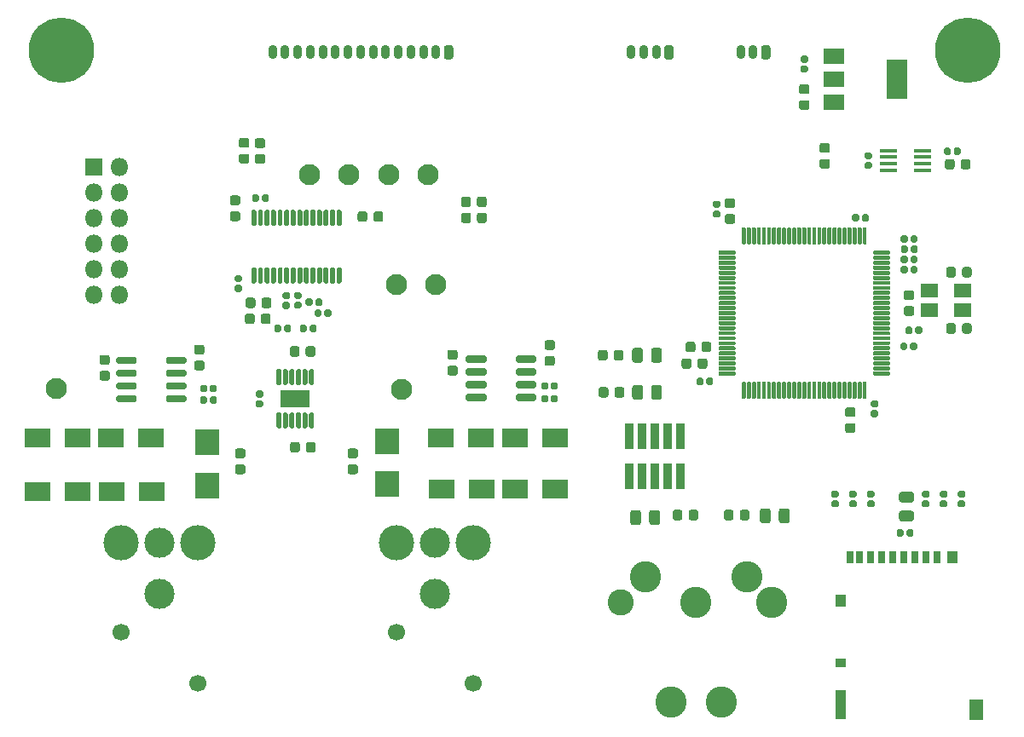
<source format=gbr>
%TF.GenerationSoftware,KiCad,Pcbnew,(5.1.6-0-10_14)*%
%TF.CreationDate,2021-01-19T18:17:05+00:00*%
%TF.ProjectId,lawrencebutton,6c617772-656e-4636-9562-7574746f6e2e,rev?*%
%TF.SameCoordinates,Original*%
%TF.FileFunction,Soldermask,Top*%
%TF.FilePolarity,Negative*%
%FSLAX46Y46*%
G04 Gerber Fmt 4.6, Leading zero omitted, Abs format (unit mm)*
G04 Created by KiCad (PCBNEW (5.1.6-0-10_14)) date 2021-01-19 18:17:05*
%MOMM*%
%LPD*%
G01*
G04 APERTURE LIST*
%ADD10C,3.100000*%
%ADD11C,2.600000*%
%ADD12R,1.800000X1.800000*%
%ADD13O,1.800000X1.800000*%
%ADD14C,2.100000*%
%ADD15R,1.700000X0.400000*%
%ADD16R,2.400000X2.600000*%
%ADD17R,2.600000X1.900000*%
%ADD18R,0.800000X1.300000*%
%ADD19R,1.100000X1.300000*%
%ADD20R,1.100000X0.900000*%
%ADD21R,1.100000X2.900000*%
%ADD22R,1.400000X2.000000*%
%ADD23C,3.500000*%
%ADD24C,3.000000*%
%ADD25C,1.700000*%
%ADD26O,0.900000X1.400000*%
%ADD27R,2.100000X3.900000*%
%ADD28R,2.100000X1.600000*%
%ADD29R,2.950000X1.750000*%
%ADD30R,1.700000X1.400000*%
%ADD31R,0.840000X2.500000*%
%ADD32C,6.500000*%
%ADD33C,0.900000*%
G04 APERTURE END LIST*
D10*
%TO.C,J2*%
X16296000Y-130215000D03*
X21296000Y-130215000D03*
X18796000Y-120315000D03*
X26296000Y-120315000D03*
D11*
X11296000Y-120315000D03*
D10*
X23796000Y-117815000D03*
X13796000Y-117815000D03*
%TD*%
%TO.C,U2*%
G36*
G01*
X38052500Y-97467000D02*
X38052500Y-97667000D01*
G75*
G02*
X37952500Y-97767000I-100000J0D01*
G01*
X36452500Y-97767000D01*
G75*
G02*
X36352500Y-97667000I0J100000D01*
G01*
X36352500Y-97467000D01*
G75*
G02*
X36452500Y-97367000I100000J0D01*
G01*
X37952500Y-97367000D01*
G75*
G02*
X38052500Y-97467000I0J-100000D01*
G01*
G37*
G36*
G01*
X38052500Y-96967000D02*
X38052500Y-97167000D01*
G75*
G02*
X37952500Y-97267000I-100000J0D01*
G01*
X36452500Y-97267000D01*
G75*
G02*
X36352500Y-97167000I0J100000D01*
G01*
X36352500Y-96967000D01*
G75*
G02*
X36452500Y-96867000I100000J0D01*
G01*
X37952500Y-96867000D01*
G75*
G02*
X38052500Y-96967000I0J-100000D01*
G01*
G37*
G36*
G01*
X38052500Y-96467000D02*
X38052500Y-96667000D01*
G75*
G02*
X37952500Y-96767000I-100000J0D01*
G01*
X36452500Y-96767000D01*
G75*
G02*
X36352500Y-96667000I0J100000D01*
G01*
X36352500Y-96467000D01*
G75*
G02*
X36452500Y-96367000I100000J0D01*
G01*
X37952500Y-96367000D01*
G75*
G02*
X38052500Y-96467000I0J-100000D01*
G01*
G37*
G36*
G01*
X38052500Y-95967000D02*
X38052500Y-96167000D01*
G75*
G02*
X37952500Y-96267000I-100000J0D01*
G01*
X36452500Y-96267000D01*
G75*
G02*
X36352500Y-96167000I0J100000D01*
G01*
X36352500Y-95967000D01*
G75*
G02*
X36452500Y-95867000I100000J0D01*
G01*
X37952500Y-95867000D01*
G75*
G02*
X38052500Y-95967000I0J-100000D01*
G01*
G37*
G36*
G01*
X38052500Y-95467000D02*
X38052500Y-95667000D01*
G75*
G02*
X37952500Y-95767000I-100000J0D01*
G01*
X36452500Y-95767000D01*
G75*
G02*
X36352500Y-95667000I0J100000D01*
G01*
X36352500Y-95467000D01*
G75*
G02*
X36452500Y-95367000I100000J0D01*
G01*
X37952500Y-95367000D01*
G75*
G02*
X38052500Y-95467000I0J-100000D01*
G01*
G37*
G36*
G01*
X38052500Y-94967000D02*
X38052500Y-95167000D01*
G75*
G02*
X37952500Y-95267000I-100000J0D01*
G01*
X36452500Y-95267000D01*
G75*
G02*
X36352500Y-95167000I0J100000D01*
G01*
X36352500Y-94967000D01*
G75*
G02*
X36452500Y-94867000I100000J0D01*
G01*
X37952500Y-94867000D01*
G75*
G02*
X38052500Y-94967000I0J-100000D01*
G01*
G37*
G36*
G01*
X38052500Y-94467000D02*
X38052500Y-94667000D01*
G75*
G02*
X37952500Y-94767000I-100000J0D01*
G01*
X36452500Y-94767000D01*
G75*
G02*
X36352500Y-94667000I0J100000D01*
G01*
X36352500Y-94467000D01*
G75*
G02*
X36452500Y-94367000I100000J0D01*
G01*
X37952500Y-94367000D01*
G75*
G02*
X38052500Y-94467000I0J-100000D01*
G01*
G37*
G36*
G01*
X38052500Y-93967000D02*
X38052500Y-94167000D01*
G75*
G02*
X37952500Y-94267000I-100000J0D01*
G01*
X36452500Y-94267000D01*
G75*
G02*
X36352500Y-94167000I0J100000D01*
G01*
X36352500Y-93967000D01*
G75*
G02*
X36452500Y-93867000I100000J0D01*
G01*
X37952500Y-93867000D01*
G75*
G02*
X38052500Y-93967000I0J-100000D01*
G01*
G37*
G36*
G01*
X38052500Y-93467000D02*
X38052500Y-93667000D01*
G75*
G02*
X37952500Y-93767000I-100000J0D01*
G01*
X36452500Y-93767000D01*
G75*
G02*
X36352500Y-93667000I0J100000D01*
G01*
X36352500Y-93467000D01*
G75*
G02*
X36452500Y-93367000I100000J0D01*
G01*
X37952500Y-93367000D01*
G75*
G02*
X38052500Y-93467000I0J-100000D01*
G01*
G37*
G36*
G01*
X38052500Y-92967000D02*
X38052500Y-93167000D01*
G75*
G02*
X37952500Y-93267000I-100000J0D01*
G01*
X36452500Y-93267000D01*
G75*
G02*
X36352500Y-93167000I0J100000D01*
G01*
X36352500Y-92967000D01*
G75*
G02*
X36452500Y-92867000I100000J0D01*
G01*
X37952500Y-92867000D01*
G75*
G02*
X38052500Y-92967000I0J-100000D01*
G01*
G37*
G36*
G01*
X38052500Y-92467000D02*
X38052500Y-92667000D01*
G75*
G02*
X37952500Y-92767000I-100000J0D01*
G01*
X36452500Y-92767000D01*
G75*
G02*
X36352500Y-92667000I0J100000D01*
G01*
X36352500Y-92467000D01*
G75*
G02*
X36452500Y-92367000I100000J0D01*
G01*
X37952500Y-92367000D01*
G75*
G02*
X38052500Y-92467000I0J-100000D01*
G01*
G37*
G36*
G01*
X38052500Y-91967000D02*
X38052500Y-92167000D01*
G75*
G02*
X37952500Y-92267000I-100000J0D01*
G01*
X36452500Y-92267000D01*
G75*
G02*
X36352500Y-92167000I0J100000D01*
G01*
X36352500Y-91967000D01*
G75*
G02*
X36452500Y-91867000I100000J0D01*
G01*
X37952500Y-91867000D01*
G75*
G02*
X38052500Y-91967000I0J-100000D01*
G01*
G37*
G36*
G01*
X38052500Y-91467000D02*
X38052500Y-91667000D01*
G75*
G02*
X37952500Y-91767000I-100000J0D01*
G01*
X36452500Y-91767000D01*
G75*
G02*
X36352500Y-91667000I0J100000D01*
G01*
X36352500Y-91467000D01*
G75*
G02*
X36452500Y-91367000I100000J0D01*
G01*
X37952500Y-91367000D01*
G75*
G02*
X38052500Y-91467000I0J-100000D01*
G01*
G37*
G36*
G01*
X38052500Y-90967000D02*
X38052500Y-91167000D01*
G75*
G02*
X37952500Y-91267000I-100000J0D01*
G01*
X36452500Y-91267000D01*
G75*
G02*
X36352500Y-91167000I0J100000D01*
G01*
X36352500Y-90967000D01*
G75*
G02*
X36452500Y-90867000I100000J0D01*
G01*
X37952500Y-90867000D01*
G75*
G02*
X38052500Y-90967000I0J-100000D01*
G01*
G37*
G36*
G01*
X38052500Y-90467000D02*
X38052500Y-90667000D01*
G75*
G02*
X37952500Y-90767000I-100000J0D01*
G01*
X36452500Y-90767000D01*
G75*
G02*
X36352500Y-90667000I0J100000D01*
G01*
X36352500Y-90467000D01*
G75*
G02*
X36452500Y-90367000I100000J0D01*
G01*
X37952500Y-90367000D01*
G75*
G02*
X38052500Y-90467000I0J-100000D01*
G01*
G37*
G36*
G01*
X38052500Y-89967000D02*
X38052500Y-90167000D01*
G75*
G02*
X37952500Y-90267000I-100000J0D01*
G01*
X36452500Y-90267000D01*
G75*
G02*
X36352500Y-90167000I0J100000D01*
G01*
X36352500Y-89967000D01*
G75*
G02*
X36452500Y-89867000I100000J0D01*
G01*
X37952500Y-89867000D01*
G75*
G02*
X38052500Y-89967000I0J-100000D01*
G01*
G37*
G36*
G01*
X38052500Y-89467000D02*
X38052500Y-89667000D01*
G75*
G02*
X37952500Y-89767000I-100000J0D01*
G01*
X36452500Y-89767000D01*
G75*
G02*
X36352500Y-89667000I0J100000D01*
G01*
X36352500Y-89467000D01*
G75*
G02*
X36452500Y-89367000I100000J0D01*
G01*
X37952500Y-89367000D01*
G75*
G02*
X38052500Y-89467000I0J-100000D01*
G01*
G37*
G36*
G01*
X38052500Y-88967000D02*
X38052500Y-89167000D01*
G75*
G02*
X37952500Y-89267000I-100000J0D01*
G01*
X36452500Y-89267000D01*
G75*
G02*
X36352500Y-89167000I0J100000D01*
G01*
X36352500Y-88967000D01*
G75*
G02*
X36452500Y-88867000I100000J0D01*
G01*
X37952500Y-88867000D01*
G75*
G02*
X38052500Y-88967000I0J-100000D01*
G01*
G37*
G36*
G01*
X38052500Y-88467000D02*
X38052500Y-88667000D01*
G75*
G02*
X37952500Y-88767000I-100000J0D01*
G01*
X36452500Y-88767000D01*
G75*
G02*
X36352500Y-88667000I0J100000D01*
G01*
X36352500Y-88467000D01*
G75*
G02*
X36452500Y-88367000I100000J0D01*
G01*
X37952500Y-88367000D01*
G75*
G02*
X38052500Y-88467000I0J-100000D01*
G01*
G37*
G36*
G01*
X38052500Y-87967000D02*
X38052500Y-88167000D01*
G75*
G02*
X37952500Y-88267000I-100000J0D01*
G01*
X36452500Y-88267000D01*
G75*
G02*
X36352500Y-88167000I0J100000D01*
G01*
X36352500Y-87967000D01*
G75*
G02*
X36452500Y-87867000I100000J0D01*
G01*
X37952500Y-87867000D01*
G75*
G02*
X38052500Y-87967000I0J-100000D01*
G01*
G37*
G36*
G01*
X38052500Y-87467000D02*
X38052500Y-87667000D01*
G75*
G02*
X37952500Y-87767000I-100000J0D01*
G01*
X36452500Y-87767000D01*
G75*
G02*
X36352500Y-87667000I0J100000D01*
G01*
X36352500Y-87467000D01*
G75*
G02*
X36452500Y-87367000I100000J0D01*
G01*
X37952500Y-87367000D01*
G75*
G02*
X38052500Y-87467000I0J-100000D01*
G01*
G37*
G36*
G01*
X38052500Y-86967000D02*
X38052500Y-87167000D01*
G75*
G02*
X37952500Y-87267000I-100000J0D01*
G01*
X36452500Y-87267000D01*
G75*
G02*
X36352500Y-87167000I0J100000D01*
G01*
X36352500Y-86967000D01*
G75*
G02*
X36452500Y-86867000I100000J0D01*
G01*
X37952500Y-86867000D01*
G75*
G02*
X38052500Y-86967000I0J-100000D01*
G01*
G37*
G36*
G01*
X38052500Y-86467000D02*
X38052500Y-86667000D01*
G75*
G02*
X37952500Y-86767000I-100000J0D01*
G01*
X36452500Y-86767000D01*
G75*
G02*
X36352500Y-86667000I0J100000D01*
G01*
X36352500Y-86467000D01*
G75*
G02*
X36452500Y-86367000I100000J0D01*
G01*
X37952500Y-86367000D01*
G75*
G02*
X38052500Y-86467000I0J-100000D01*
G01*
G37*
G36*
G01*
X38052500Y-85967000D02*
X38052500Y-86167000D01*
G75*
G02*
X37952500Y-86267000I-100000J0D01*
G01*
X36452500Y-86267000D01*
G75*
G02*
X36352500Y-86167000I0J100000D01*
G01*
X36352500Y-85967000D01*
G75*
G02*
X36452500Y-85867000I100000J0D01*
G01*
X37952500Y-85867000D01*
G75*
G02*
X38052500Y-85967000I0J-100000D01*
G01*
G37*
G36*
G01*
X38052500Y-85467000D02*
X38052500Y-85667000D01*
G75*
G02*
X37952500Y-85767000I-100000J0D01*
G01*
X36452500Y-85767000D01*
G75*
G02*
X36352500Y-85667000I0J100000D01*
G01*
X36352500Y-85467000D01*
G75*
G02*
X36452500Y-85367000I100000J0D01*
G01*
X37952500Y-85367000D01*
G75*
G02*
X38052500Y-85467000I0J-100000D01*
G01*
G37*
G36*
G01*
X35727500Y-83142000D02*
X35727500Y-84642000D01*
G75*
G02*
X35627500Y-84742000I-100000J0D01*
G01*
X35427500Y-84742000D01*
G75*
G02*
X35327500Y-84642000I0J100000D01*
G01*
X35327500Y-83142000D01*
G75*
G02*
X35427500Y-83042000I100000J0D01*
G01*
X35627500Y-83042000D01*
G75*
G02*
X35727500Y-83142000I0J-100000D01*
G01*
G37*
G36*
G01*
X35227500Y-83142000D02*
X35227500Y-84642000D01*
G75*
G02*
X35127500Y-84742000I-100000J0D01*
G01*
X34927500Y-84742000D01*
G75*
G02*
X34827500Y-84642000I0J100000D01*
G01*
X34827500Y-83142000D01*
G75*
G02*
X34927500Y-83042000I100000J0D01*
G01*
X35127500Y-83042000D01*
G75*
G02*
X35227500Y-83142000I0J-100000D01*
G01*
G37*
G36*
G01*
X34727500Y-83142000D02*
X34727500Y-84642000D01*
G75*
G02*
X34627500Y-84742000I-100000J0D01*
G01*
X34427500Y-84742000D01*
G75*
G02*
X34327500Y-84642000I0J100000D01*
G01*
X34327500Y-83142000D01*
G75*
G02*
X34427500Y-83042000I100000J0D01*
G01*
X34627500Y-83042000D01*
G75*
G02*
X34727500Y-83142000I0J-100000D01*
G01*
G37*
G36*
G01*
X34227500Y-83142000D02*
X34227500Y-84642000D01*
G75*
G02*
X34127500Y-84742000I-100000J0D01*
G01*
X33927500Y-84742000D01*
G75*
G02*
X33827500Y-84642000I0J100000D01*
G01*
X33827500Y-83142000D01*
G75*
G02*
X33927500Y-83042000I100000J0D01*
G01*
X34127500Y-83042000D01*
G75*
G02*
X34227500Y-83142000I0J-100000D01*
G01*
G37*
G36*
G01*
X33727500Y-83142000D02*
X33727500Y-84642000D01*
G75*
G02*
X33627500Y-84742000I-100000J0D01*
G01*
X33427500Y-84742000D01*
G75*
G02*
X33327500Y-84642000I0J100000D01*
G01*
X33327500Y-83142000D01*
G75*
G02*
X33427500Y-83042000I100000J0D01*
G01*
X33627500Y-83042000D01*
G75*
G02*
X33727500Y-83142000I0J-100000D01*
G01*
G37*
G36*
G01*
X33227500Y-83142000D02*
X33227500Y-84642000D01*
G75*
G02*
X33127500Y-84742000I-100000J0D01*
G01*
X32927500Y-84742000D01*
G75*
G02*
X32827500Y-84642000I0J100000D01*
G01*
X32827500Y-83142000D01*
G75*
G02*
X32927500Y-83042000I100000J0D01*
G01*
X33127500Y-83042000D01*
G75*
G02*
X33227500Y-83142000I0J-100000D01*
G01*
G37*
G36*
G01*
X32727500Y-83142000D02*
X32727500Y-84642000D01*
G75*
G02*
X32627500Y-84742000I-100000J0D01*
G01*
X32427500Y-84742000D01*
G75*
G02*
X32327500Y-84642000I0J100000D01*
G01*
X32327500Y-83142000D01*
G75*
G02*
X32427500Y-83042000I100000J0D01*
G01*
X32627500Y-83042000D01*
G75*
G02*
X32727500Y-83142000I0J-100000D01*
G01*
G37*
G36*
G01*
X32227500Y-83142000D02*
X32227500Y-84642000D01*
G75*
G02*
X32127500Y-84742000I-100000J0D01*
G01*
X31927500Y-84742000D01*
G75*
G02*
X31827500Y-84642000I0J100000D01*
G01*
X31827500Y-83142000D01*
G75*
G02*
X31927500Y-83042000I100000J0D01*
G01*
X32127500Y-83042000D01*
G75*
G02*
X32227500Y-83142000I0J-100000D01*
G01*
G37*
G36*
G01*
X31727500Y-83142000D02*
X31727500Y-84642000D01*
G75*
G02*
X31627500Y-84742000I-100000J0D01*
G01*
X31427500Y-84742000D01*
G75*
G02*
X31327500Y-84642000I0J100000D01*
G01*
X31327500Y-83142000D01*
G75*
G02*
X31427500Y-83042000I100000J0D01*
G01*
X31627500Y-83042000D01*
G75*
G02*
X31727500Y-83142000I0J-100000D01*
G01*
G37*
G36*
G01*
X31227500Y-83142000D02*
X31227500Y-84642000D01*
G75*
G02*
X31127500Y-84742000I-100000J0D01*
G01*
X30927500Y-84742000D01*
G75*
G02*
X30827500Y-84642000I0J100000D01*
G01*
X30827500Y-83142000D01*
G75*
G02*
X30927500Y-83042000I100000J0D01*
G01*
X31127500Y-83042000D01*
G75*
G02*
X31227500Y-83142000I0J-100000D01*
G01*
G37*
G36*
G01*
X30727500Y-83142000D02*
X30727500Y-84642000D01*
G75*
G02*
X30627500Y-84742000I-100000J0D01*
G01*
X30427500Y-84742000D01*
G75*
G02*
X30327500Y-84642000I0J100000D01*
G01*
X30327500Y-83142000D01*
G75*
G02*
X30427500Y-83042000I100000J0D01*
G01*
X30627500Y-83042000D01*
G75*
G02*
X30727500Y-83142000I0J-100000D01*
G01*
G37*
G36*
G01*
X30227500Y-83142000D02*
X30227500Y-84642000D01*
G75*
G02*
X30127500Y-84742000I-100000J0D01*
G01*
X29927500Y-84742000D01*
G75*
G02*
X29827500Y-84642000I0J100000D01*
G01*
X29827500Y-83142000D01*
G75*
G02*
X29927500Y-83042000I100000J0D01*
G01*
X30127500Y-83042000D01*
G75*
G02*
X30227500Y-83142000I0J-100000D01*
G01*
G37*
G36*
G01*
X29727500Y-83142000D02*
X29727500Y-84642000D01*
G75*
G02*
X29627500Y-84742000I-100000J0D01*
G01*
X29427500Y-84742000D01*
G75*
G02*
X29327500Y-84642000I0J100000D01*
G01*
X29327500Y-83142000D01*
G75*
G02*
X29427500Y-83042000I100000J0D01*
G01*
X29627500Y-83042000D01*
G75*
G02*
X29727500Y-83142000I0J-100000D01*
G01*
G37*
G36*
G01*
X29227500Y-83142000D02*
X29227500Y-84642000D01*
G75*
G02*
X29127500Y-84742000I-100000J0D01*
G01*
X28927500Y-84742000D01*
G75*
G02*
X28827500Y-84642000I0J100000D01*
G01*
X28827500Y-83142000D01*
G75*
G02*
X28927500Y-83042000I100000J0D01*
G01*
X29127500Y-83042000D01*
G75*
G02*
X29227500Y-83142000I0J-100000D01*
G01*
G37*
G36*
G01*
X28727500Y-83142000D02*
X28727500Y-84642000D01*
G75*
G02*
X28627500Y-84742000I-100000J0D01*
G01*
X28427500Y-84742000D01*
G75*
G02*
X28327500Y-84642000I0J100000D01*
G01*
X28327500Y-83142000D01*
G75*
G02*
X28427500Y-83042000I100000J0D01*
G01*
X28627500Y-83042000D01*
G75*
G02*
X28727500Y-83142000I0J-100000D01*
G01*
G37*
G36*
G01*
X28227500Y-83142000D02*
X28227500Y-84642000D01*
G75*
G02*
X28127500Y-84742000I-100000J0D01*
G01*
X27927500Y-84742000D01*
G75*
G02*
X27827500Y-84642000I0J100000D01*
G01*
X27827500Y-83142000D01*
G75*
G02*
X27927500Y-83042000I100000J0D01*
G01*
X28127500Y-83042000D01*
G75*
G02*
X28227500Y-83142000I0J-100000D01*
G01*
G37*
G36*
G01*
X27727500Y-83142000D02*
X27727500Y-84642000D01*
G75*
G02*
X27627500Y-84742000I-100000J0D01*
G01*
X27427500Y-84742000D01*
G75*
G02*
X27327500Y-84642000I0J100000D01*
G01*
X27327500Y-83142000D01*
G75*
G02*
X27427500Y-83042000I100000J0D01*
G01*
X27627500Y-83042000D01*
G75*
G02*
X27727500Y-83142000I0J-100000D01*
G01*
G37*
G36*
G01*
X27227500Y-83142000D02*
X27227500Y-84642000D01*
G75*
G02*
X27127500Y-84742000I-100000J0D01*
G01*
X26927500Y-84742000D01*
G75*
G02*
X26827500Y-84642000I0J100000D01*
G01*
X26827500Y-83142000D01*
G75*
G02*
X26927500Y-83042000I100000J0D01*
G01*
X27127500Y-83042000D01*
G75*
G02*
X27227500Y-83142000I0J-100000D01*
G01*
G37*
G36*
G01*
X26727500Y-83142000D02*
X26727500Y-84642000D01*
G75*
G02*
X26627500Y-84742000I-100000J0D01*
G01*
X26427500Y-84742000D01*
G75*
G02*
X26327500Y-84642000I0J100000D01*
G01*
X26327500Y-83142000D01*
G75*
G02*
X26427500Y-83042000I100000J0D01*
G01*
X26627500Y-83042000D01*
G75*
G02*
X26727500Y-83142000I0J-100000D01*
G01*
G37*
G36*
G01*
X26227500Y-83142000D02*
X26227500Y-84642000D01*
G75*
G02*
X26127500Y-84742000I-100000J0D01*
G01*
X25927500Y-84742000D01*
G75*
G02*
X25827500Y-84642000I0J100000D01*
G01*
X25827500Y-83142000D01*
G75*
G02*
X25927500Y-83042000I100000J0D01*
G01*
X26127500Y-83042000D01*
G75*
G02*
X26227500Y-83142000I0J-100000D01*
G01*
G37*
G36*
G01*
X25727500Y-83142000D02*
X25727500Y-84642000D01*
G75*
G02*
X25627500Y-84742000I-100000J0D01*
G01*
X25427500Y-84742000D01*
G75*
G02*
X25327500Y-84642000I0J100000D01*
G01*
X25327500Y-83142000D01*
G75*
G02*
X25427500Y-83042000I100000J0D01*
G01*
X25627500Y-83042000D01*
G75*
G02*
X25727500Y-83142000I0J-100000D01*
G01*
G37*
G36*
G01*
X25227500Y-83142000D02*
X25227500Y-84642000D01*
G75*
G02*
X25127500Y-84742000I-100000J0D01*
G01*
X24927500Y-84742000D01*
G75*
G02*
X24827500Y-84642000I0J100000D01*
G01*
X24827500Y-83142000D01*
G75*
G02*
X24927500Y-83042000I100000J0D01*
G01*
X25127500Y-83042000D01*
G75*
G02*
X25227500Y-83142000I0J-100000D01*
G01*
G37*
G36*
G01*
X24727500Y-83142000D02*
X24727500Y-84642000D01*
G75*
G02*
X24627500Y-84742000I-100000J0D01*
G01*
X24427500Y-84742000D01*
G75*
G02*
X24327500Y-84642000I0J100000D01*
G01*
X24327500Y-83142000D01*
G75*
G02*
X24427500Y-83042000I100000J0D01*
G01*
X24627500Y-83042000D01*
G75*
G02*
X24727500Y-83142000I0J-100000D01*
G01*
G37*
G36*
G01*
X24227500Y-83142000D02*
X24227500Y-84642000D01*
G75*
G02*
X24127500Y-84742000I-100000J0D01*
G01*
X23927500Y-84742000D01*
G75*
G02*
X23827500Y-84642000I0J100000D01*
G01*
X23827500Y-83142000D01*
G75*
G02*
X23927500Y-83042000I100000J0D01*
G01*
X24127500Y-83042000D01*
G75*
G02*
X24227500Y-83142000I0J-100000D01*
G01*
G37*
G36*
G01*
X23727500Y-83142000D02*
X23727500Y-84642000D01*
G75*
G02*
X23627500Y-84742000I-100000J0D01*
G01*
X23427500Y-84742000D01*
G75*
G02*
X23327500Y-84642000I0J100000D01*
G01*
X23327500Y-83142000D01*
G75*
G02*
X23427500Y-83042000I100000J0D01*
G01*
X23627500Y-83042000D01*
G75*
G02*
X23727500Y-83142000I0J-100000D01*
G01*
G37*
G36*
G01*
X22702500Y-85467000D02*
X22702500Y-85667000D01*
G75*
G02*
X22602500Y-85767000I-100000J0D01*
G01*
X21102500Y-85767000D01*
G75*
G02*
X21002500Y-85667000I0J100000D01*
G01*
X21002500Y-85467000D01*
G75*
G02*
X21102500Y-85367000I100000J0D01*
G01*
X22602500Y-85367000D01*
G75*
G02*
X22702500Y-85467000I0J-100000D01*
G01*
G37*
G36*
G01*
X22702500Y-85967000D02*
X22702500Y-86167000D01*
G75*
G02*
X22602500Y-86267000I-100000J0D01*
G01*
X21102500Y-86267000D01*
G75*
G02*
X21002500Y-86167000I0J100000D01*
G01*
X21002500Y-85967000D01*
G75*
G02*
X21102500Y-85867000I100000J0D01*
G01*
X22602500Y-85867000D01*
G75*
G02*
X22702500Y-85967000I0J-100000D01*
G01*
G37*
G36*
G01*
X22702500Y-86467000D02*
X22702500Y-86667000D01*
G75*
G02*
X22602500Y-86767000I-100000J0D01*
G01*
X21102500Y-86767000D01*
G75*
G02*
X21002500Y-86667000I0J100000D01*
G01*
X21002500Y-86467000D01*
G75*
G02*
X21102500Y-86367000I100000J0D01*
G01*
X22602500Y-86367000D01*
G75*
G02*
X22702500Y-86467000I0J-100000D01*
G01*
G37*
G36*
G01*
X22702500Y-86967000D02*
X22702500Y-87167000D01*
G75*
G02*
X22602500Y-87267000I-100000J0D01*
G01*
X21102500Y-87267000D01*
G75*
G02*
X21002500Y-87167000I0J100000D01*
G01*
X21002500Y-86967000D01*
G75*
G02*
X21102500Y-86867000I100000J0D01*
G01*
X22602500Y-86867000D01*
G75*
G02*
X22702500Y-86967000I0J-100000D01*
G01*
G37*
G36*
G01*
X22702500Y-87467000D02*
X22702500Y-87667000D01*
G75*
G02*
X22602500Y-87767000I-100000J0D01*
G01*
X21102500Y-87767000D01*
G75*
G02*
X21002500Y-87667000I0J100000D01*
G01*
X21002500Y-87467000D01*
G75*
G02*
X21102500Y-87367000I100000J0D01*
G01*
X22602500Y-87367000D01*
G75*
G02*
X22702500Y-87467000I0J-100000D01*
G01*
G37*
G36*
G01*
X22702500Y-87967000D02*
X22702500Y-88167000D01*
G75*
G02*
X22602500Y-88267000I-100000J0D01*
G01*
X21102500Y-88267000D01*
G75*
G02*
X21002500Y-88167000I0J100000D01*
G01*
X21002500Y-87967000D01*
G75*
G02*
X21102500Y-87867000I100000J0D01*
G01*
X22602500Y-87867000D01*
G75*
G02*
X22702500Y-87967000I0J-100000D01*
G01*
G37*
G36*
G01*
X22702500Y-88467000D02*
X22702500Y-88667000D01*
G75*
G02*
X22602500Y-88767000I-100000J0D01*
G01*
X21102500Y-88767000D01*
G75*
G02*
X21002500Y-88667000I0J100000D01*
G01*
X21002500Y-88467000D01*
G75*
G02*
X21102500Y-88367000I100000J0D01*
G01*
X22602500Y-88367000D01*
G75*
G02*
X22702500Y-88467000I0J-100000D01*
G01*
G37*
G36*
G01*
X22702500Y-88967000D02*
X22702500Y-89167000D01*
G75*
G02*
X22602500Y-89267000I-100000J0D01*
G01*
X21102500Y-89267000D01*
G75*
G02*
X21002500Y-89167000I0J100000D01*
G01*
X21002500Y-88967000D01*
G75*
G02*
X21102500Y-88867000I100000J0D01*
G01*
X22602500Y-88867000D01*
G75*
G02*
X22702500Y-88967000I0J-100000D01*
G01*
G37*
G36*
G01*
X22702500Y-89467000D02*
X22702500Y-89667000D01*
G75*
G02*
X22602500Y-89767000I-100000J0D01*
G01*
X21102500Y-89767000D01*
G75*
G02*
X21002500Y-89667000I0J100000D01*
G01*
X21002500Y-89467000D01*
G75*
G02*
X21102500Y-89367000I100000J0D01*
G01*
X22602500Y-89367000D01*
G75*
G02*
X22702500Y-89467000I0J-100000D01*
G01*
G37*
G36*
G01*
X22702500Y-89967000D02*
X22702500Y-90167000D01*
G75*
G02*
X22602500Y-90267000I-100000J0D01*
G01*
X21102500Y-90267000D01*
G75*
G02*
X21002500Y-90167000I0J100000D01*
G01*
X21002500Y-89967000D01*
G75*
G02*
X21102500Y-89867000I100000J0D01*
G01*
X22602500Y-89867000D01*
G75*
G02*
X22702500Y-89967000I0J-100000D01*
G01*
G37*
G36*
G01*
X22702500Y-90467000D02*
X22702500Y-90667000D01*
G75*
G02*
X22602500Y-90767000I-100000J0D01*
G01*
X21102500Y-90767000D01*
G75*
G02*
X21002500Y-90667000I0J100000D01*
G01*
X21002500Y-90467000D01*
G75*
G02*
X21102500Y-90367000I100000J0D01*
G01*
X22602500Y-90367000D01*
G75*
G02*
X22702500Y-90467000I0J-100000D01*
G01*
G37*
G36*
G01*
X22702500Y-90967000D02*
X22702500Y-91167000D01*
G75*
G02*
X22602500Y-91267000I-100000J0D01*
G01*
X21102500Y-91267000D01*
G75*
G02*
X21002500Y-91167000I0J100000D01*
G01*
X21002500Y-90967000D01*
G75*
G02*
X21102500Y-90867000I100000J0D01*
G01*
X22602500Y-90867000D01*
G75*
G02*
X22702500Y-90967000I0J-100000D01*
G01*
G37*
G36*
G01*
X22702500Y-91467000D02*
X22702500Y-91667000D01*
G75*
G02*
X22602500Y-91767000I-100000J0D01*
G01*
X21102500Y-91767000D01*
G75*
G02*
X21002500Y-91667000I0J100000D01*
G01*
X21002500Y-91467000D01*
G75*
G02*
X21102500Y-91367000I100000J0D01*
G01*
X22602500Y-91367000D01*
G75*
G02*
X22702500Y-91467000I0J-100000D01*
G01*
G37*
G36*
G01*
X22702500Y-91967000D02*
X22702500Y-92167000D01*
G75*
G02*
X22602500Y-92267000I-100000J0D01*
G01*
X21102500Y-92267000D01*
G75*
G02*
X21002500Y-92167000I0J100000D01*
G01*
X21002500Y-91967000D01*
G75*
G02*
X21102500Y-91867000I100000J0D01*
G01*
X22602500Y-91867000D01*
G75*
G02*
X22702500Y-91967000I0J-100000D01*
G01*
G37*
G36*
G01*
X22702500Y-92467000D02*
X22702500Y-92667000D01*
G75*
G02*
X22602500Y-92767000I-100000J0D01*
G01*
X21102500Y-92767000D01*
G75*
G02*
X21002500Y-92667000I0J100000D01*
G01*
X21002500Y-92467000D01*
G75*
G02*
X21102500Y-92367000I100000J0D01*
G01*
X22602500Y-92367000D01*
G75*
G02*
X22702500Y-92467000I0J-100000D01*
G01*
G37*
G36*
G01*
X22702500Y-92967000D02*
X22702500Y-93167000D01*
G75*
G02*
X22602500Y-93267000I-100000J0D01*
G01*
X21102500Y-93267000D01*
G75*
G02*
X21002500Y-93167000I0J100000D01*
G01*
X21002500Y-92967000D01*
G75*
G02*
X21102500Y-92867000I100000J0D01*
G01*
X22602500Y-92867000D01*
G75*
G02*
X22702500Y-92967000I0J-100000D01*
G01*
G37*
G36*
G01*
X22702500Y-93467000D02*
X22702500Y-93667000D01*
G75*
G02*
X22602500Y-93767000I-100000J0D01*
G01*
X21102500Y-93767000D01*
G75*
G02*
X21002500Y-93667000I0J100000D01*
G01*
X21002500Y-93467000D01*
G75*
G02*
X21102500Y-93367000I100000J0D01*
G01*
X22602500Y-93367000D01*
G75*
G02*
X22702500Y-93467000I0J-100000D01*
G01*
G37*
G36*
G01*
X22702500Y-93967000D02*
X22702500Y-94167000D01*
G75*
G02*
X22602500Y-94267000I-100000J0D01*
G01*
X21102500Y-94267000D01*
G75*
G02*
X21002500Y-94167000I0J100000D01*
G01*
X21002500Y-93967000D01*
G75*
G02*
X21102500Y-93867000I100000J0D01*
G01*
X22602500Y-93867000D01*
G75*
G02*
X22702500Y-93967000I0J-100000D01*
G01*
G37*
G36*
G01*
X22702500Y-94467000D02*
X22702500Y-94667000D01*
G75*
G02*
X22602500Y-94767000I-100000J0D01*
G01*
X21102500Y-94767000D01*
G75*
G02*
X21002500Y-94667000I0J100000D01*
G01*
X21002500Y-94467000D01*
G75*
G02*
X21102500Y-94367000I100000J0D01*
G01*
X22602500Y-94367000D01*
G75*
G02*
X22702500Y-94467000I0J-100000D01*
G01*
G37*
G36*
G01*
X22702500Y-94967000D02*
X22702500Y-95167000D01*
G75*
G02*
X22602500Y-95267000I-100000J0D01*
G01*
X21102500Y-95267000D01*
G75*
G02*
X21002500Y-95167000I0J100000D01*
G01*
X21002500Y-94967000D01*
G75*
G02*
X21102500Y-94867000I100000J0D01*
G01*
X22602500Y-94867000D01*
G75*
G02*
X22702500Y-94967000I0J-100000D01*
G01*
G37*
G36*
G01*
X22702500Y-95467000D02*
X22702500Y-95667000D01*
G75*
G02*
X22602500Y-95767000I-100000J0D01*
G01*
X21102500Y-95767000D01*
G75*
G02*
X21002500Y-95667000I0J100000D01*
G01*
X21002500Y-95467000D01*
G75*
G02*
X21102500Y-95367000I100000J0D01*
G01*
X22602500Y-95367000D01*
G75*
G02*
X22702500Y-95467000I0J-100000D01*
G01*
G37*
G36*
G01*
X22702500Y-95967000D02*
X22702500Y-96167000D01*
G75*
G02*
X22602500Y-96267000I-100000J0D01*
G01*
X21102500Y-96267000D01*
G75*
G02*
X21002500Y-96167000I0J100000D01*
G01*
X21002500Y-95967000D01*
G75*
G02*
X21102500Y-95867000I100000J0D01*
G01*
X22602500Y-95867000D01*
G75*
G02*
X22702500Y-95967000I0J-100000D01*
G01*
G37*
G36*
G01*
X22702500Y-96467000D02*
X22702500Y-96667000D01*
G75*
G02*
X22602500Y-96767000I-100000J0D01*
G01*
X21102500Y-96767000D01*
G75*
G02*
X21002500Y-96667000I0J100000D01*
G01*
X21002500Y-96467000D01*
G75*
G02*
X21102500Y-96367000I100000J0D01*
G01*
X22602500Y-96367000D01*
G75*
G02*
X22702500Y-96467000I0J-100000D01*
G01*
G37*
G36*
G01*
X22702500Y-96967000D02*
X22702500Y-97167000D01*
G75*
G02*
X22602500Y-97267000I-100000J0D01*
G01*
X21102500Y-97267000D01*
G75*
G02*
X21002500Y-97167000I0J100000D01*
G01*
X21002500Y-96967000D01*
G75*
G02*
X21102500Y-96867000I100000J0D01*
G01*
X22602500Y-96867000D01*
G75*
G02*
X22702500Y-96967000I0J-100000D01*
G01*
G37*
G36*
G01*
X22702500Y-97467000D02*
X22702500Y-97667000D01*
G75*
G02*
X22602500Y-97767000I-100000J0D01*
G01*
X21102500Y-97767000D01*
G75*
G02*
X21002500Y-97667000I0J100000D01*
G01*
X21002500Y-97467000D01*
G75*
G02*
X21102500Y-97367000I100000J0D01*
G01*
X22602500Y-97367000D01*
G75*
G02*
X22702500Y-97467000I0J-100000D01*
G01*
G37*
G36*
G01*
X23727500Y-98492000D02*
X23727500Y-99992000D01*
G75*
G02*
X23627500Y-100092000I-100000J0D01*
G01*
X23427500Y-100092000D01*
G75*
G02*
X23327500Y-99992000I0J100000D01*
G01*
X23327500Y-98492000D01*
G75*
G02*
X23427500Y-98392000I100000J0D01*
G01*
X23627500Y-98392000D01*
G75*
G02*
X23727500Y-98492000I0J-100000D01*
G01*
G37*
G36*
G01*
X24227500Y-98492000D02*
X24227500Y-99992000D01*
G75*
G02*
X24127500Y-100092000I-100000J0D01*
G01*
X23927500Y-100092000D01*
G75*
G02*
X23827500Y-99992000I0J100000D01*
G01*
X23827500Y-98492000D01*
G75*
G02*
X23927500Y-98392000I100000J0D01*
G01*
X24127500Y-98392000D01*
G75*
G02*
X24227500Y-98492000I0J-100000D01*
G01*
G37*
G36*
G01*
X24727500Y-98492000D02*
X24727500Y-99992000D01*
G75*
G02*
X24627500Y-100092000I-100000J0D01*
G01*
X24427500Y-100092000D01*
G75*
G02*
X24327500Y-99992000I0J100000D01*
G01*
X24327500Y-98492000D01*
G75*
G02*
X24427500Y-98392000I100000J0D01*
G01*
X24627500Y-98392000D01*
G75*
G02*
X24727500Y-98492000I0J-100000D01*
G01*
G37*
G36*
G01*
X25227500Y-98492000D02*
X25227500Y-99992000D01*
G75*
G02*
X25127500Y-100092000I-100000J0D01*
G01*
X24927500Y-100092000D01*
G75*
G02*
X24827500Y-99992000I0J100000D01*
G01*
X24827500Y-98492000D01*
G75*
G02*
X24927500Y-98392000I100000J0D01*
G01*
X25127500Y-98392000D01*
G75*
G02*
X25227500Y-98492000I0J-100000D01*
G01*
G37*
G36*
G01*
X25727500Y-98492000D02*
X25727500Y-99992000D01*
G75*
G02*
X25627500Y-100092000I-100000J0D01*
G01*
X25427500Y-100092000D01*
G75*
G02*
X25327500Y-99992000I0J100000D01*
G01*
X25327500Y-98492000D01*
G75*
G02*
X25427500Y-98392000I100000J0D01*
G01*
X25627500Y-98392000D01*
G75*
G02*
X25727500Y-98492000I0J-100000D01*
G01*
G37*
G36*
G01*
X26227500Y-98492000D02*
X26227500Y-99992000D01*
G75*
G02*
X26127500Y-100092000I-100000J0D01*
G01*
X25927500Y-100092000D01*
G75*
G02*
X25827500Y-99992000I0J100000D01*
G01*
X25827500Y-98492000D01*
G75*
G02*
X25927500Y-98392000I100000J0D01*
G01*
X26127500Y-98392000D01*
G75*
G02*
X26227500Y-98492000I0J-100000D01*
G01*
G37*
G36*
G01*
X26727500Y-98492000D02*
X26727500Y-99992000D01*
G75*
G02*
X26627500Y-100092000I-100000J0D01*
G01*
X26427500Y-100092000D01*
G75*
G02*
X26327500Y-99992000I0J100000D01*
G01*
X26327500Y-98492000D01*
G75*
G02*
X26427500Y-98392000I100000J0D01*
G01*
X26627500Y-98392000D01*
G75*
G02*
X26727500Y-98492000I0J-100000D01*
G01*
G37*
G36*
G01*
X27227500Y-98492000D02*
X27227500Y-99992000D01*
G75*
G02*
X27127500Y-100092000I-100000J0D01*
G01*
X26927500Y-100092000D01*
G75*
G02*
X26827500Y-99992000I0J100000D01*
G01*
X26827500Y-98492000D01*
G75*
G02*
X26927500Y-98392000I100000J0D01*
G01*
X27127500Y-98392000D01*
G75*
G02*
X27227500Y-98492000I0J-100000D01*
G01*
G37*
G36*
G01*
X27727500Y-98492000D02*
X27727500Y-99992000D01*
G75*
G02*
X27627500Y-100092000I-100000J0D01*
G01*
X27427500Y-100092000D01*
G75*
G02*
X27327500Y-99992000I0J100000D01*
G01*
X27327500Y-98492000D01*
G75*
G02*
X27427500Y-98392000I100000J0D01*
G01*
X27627500Y-98392000D01*
G75*
G02*
X27727500Y-98492000I0J-100000D01*
G01*
G37*
G36*
G01*
X28227500Y-98492000D02*
X28227500Y-99992000D01*
G75*
G02*
X28127500Y-100092000I-100000J0D01*
G01*
X27927500Y-100092000D01*
G75*
G02*
X27827500Y-99992000I0J100000D01*
G01*
X27827500Y-98492000D01*
G75*
G02*
X27927500Y-98392000I100000J0D01*
G01*
X28127500Y-98392000D01*
G75*
G02*
X28227500Y-98492000I0J-100000D01*
G01*
G37*
G36*
G01*
X28727500Y-98492000D02*
X28727500Y-99992000D01*
G75*
G02*
X28627500Y-100092000I-100000J0D01*
G01*
X28427500Y-100092000D01*
G75*
G02*
X28327500Y-99992000I0J100000D01*
G01*
X28327500Y-98492000D01*
G75*
G02*
X28427500Y-98392000I100000J0D01*
G01*
X28627500Y-98392000D01*
G75*
G02*
X28727500Y-98492000I0J-100000D01*
G01*
G37*
G36*
G01*
X29227500Y-98492000D02*
X29227500Y-99992000D01*
G75*
G02*
X29127500Y-100092000I-100000J0D01*
G01*
X28927500Y-100092000D01*
G75*
G02*
X28827500Y-99992000I0J100000D01*
G01*
X28827500Y-98492000D01*
G75*
G02*
X28927500Y-98392000I100000J0D01*
G01*
X29127500Y-98392000D01*
G75*
G02*
X29227500Y-98492000I0J-100000D01*
G01*
G37*
G36*
G01*
X29727500Y-98492000D02*
X29727500Y-99992000D01*
G75*
G02*
X29627500Y-100092000I-100000J0D01*
G01*
X29427500Y-100092000D01*
G75*
G02*
X29327500Y-99992000I0J100000D01*
G01*
X29327500Y-98492000D01*
G75*
G02*
X29427500Y-98392000I100000J0D01*
G01*
X29627500Y-98392000D01*
G75*
G02*
X29727500Y-98492000I0J-100000D01*
G01*
G37*
G36*
G01*
X30227500Y-98492000D02*
X30227500Y-99992000D01*
G75*
G02*
X30127500Y-100092000I-100000J0D01*
G01*
X29927500Y-100092000D01*
G75*
G02*
X29827500Y-99992000I0J100000D01*
G01*
X29827500Y-98492000D01*
G75*
G02*
X29927500Y-98392000I100000J0D01*
G01*
X30127500Y-98392000D01*
G75*
G02*
X30227500Y-98492000I0J-100000D01*
G01*
G37*
G36*
G01*
X30727500Y-98492000D02*
X30727500Y-99992000D01*
G75*
G02*
X30627500Y-100092000I-100000J0D01*
G01*
X30427500Y-100092000D01*
G75*
G02*
X30327500Y-99992000I0J100000D01*
G01*
X30327500Y-98492000D01*
G75*
G02*
X30427500Y-98392000I100000J0D01*
G01*
X30627500Y-98392000D01*
G75*
G02*
X30727500Y-98492000I0J-100000D01*
G01*
G37*
G36*
G01*
X31227500Y-98492000D02*
X31227500Y-99992000D01*
G75*
G02*
X31127500Y-100092000I-100000J0D01*
G01*
X30927500Y-100092000D01*
G75*
G02*
X30827500Y-99992000I0J100000D01*
G01*
X30827500Y-98492000D01*
G75*
G02*
X30927500Y-98392000I100000J0D01*
G01*
X31127500Y-98392000D01*
G75*
G02*
X31227500Y-98492000I0J-100000D01*
G01*
G37*
G36*
G01*
X31727500Y-98492000D02*
X31727500Y-99992000D01*
G75*
G02*
X31627500Y-100092000I-100000J0D01*
G01*
X31427500Y-100092000D01*
G75*
G02*
X31327500Y-99992000I0J100000D01*
G01*
X31327500Y-98492000D01*
G75*
G02*
X31427500Y-98392000I100000J0D01*
G01*
X31627500Y-98392000D01*
G75*
G02*
X31727500Y-98492000I0J-100000D01*
G01*
G37*
G36*
G01*
X32227500Y-98492000D02*
X32227500Y-99992000D01*
G75*
G02*
X32127500Y-100092000I-100000J0D01*
G01*
X31927500Y-100092000D01*
G75*
G02*
X31827500Y-99992000I0J100000D01*
G01*
X31827500Y-98492000D01*
G75*
G02*
X31927500Y-98392000I100000J0D01*
G01*
X32127500Y-98392000D01*
G75*
G02*
X32227500Y-98492000I0J-100000D01*
G01*
G37*
G36*
G01*
X32727500Y-98492000D02*
X32727500Y-99992000D01*
G75*
G02*
X32627500Y-100092000I-100000J0D01*
G01*
X32427500Y-100092000D01*
G75*
G02*
X32327500Y-99992000I0J100000D01*
G01*
X32327500Y-98492000D01*
G75*
G02*
X32427500Y-98392000I100000J0D01*
G01*
X32627500Y-98392000D01*
G75*
G02*
X32727500Y-98492000I0J-100000D01*
G01*
G37*
G36*
G01*
X33227500Y-98492000D02*
X33227500Y-99992000D01*
G75*
G02*
X33127500Y-100092000I-100000J0D01*
G01*
X32927500Y-100092000D01*
G75*
G02*
X32827500Y-99992000I0J100000D01*
G01*
X32827500Y-98492000D01*
G75*
G02*
X32927500Y-98392000I100000J0D01*
G01*
X33127500Y-98392000D01*
G75*
G02*
X33227500Y-98492000I0J-100000D01*
G01*
G37*
G36*
G01*
X33727500Y-98492000D02*
X33727500Y-99992000D01*
G75*
G02*
X33627500Y-100092000I-100000J0D01*
G01*
X33427500Y-100092000D01*
G75*
G02*
X33327500Y-99992000I0J100000D01*
G01*
X33327500Y-98492000D01*
G75*
G02*
X33427500Y-98392000I100000J0D01*
G01*
X33627500Y-98392000D01*
G75*
G02*
X33727500Y-98492000I0J-100000D01*
G01*
G37*
G36*
G01*
X34227500Y-98492000D02*
X34227500Y-99992000D01*
G75*
G02*
X34127500Y-100092000I-100000J0D01*
G01*
X33927500Y-100092000D01*
G75*
G02*
X33827500Y-99992000I0J100000D01*
G01*
X33827500Y-98492000D01*
G75*
G02*
X33927500Y-98392000I100000J0D01*
G01*
X34127500Y-98392000D01*
G75*
G02*
X34227500Y-98492000I0J-100000D01*
G01*
G37*
G36*
G01*
X34727500Y-98492000D02*
X34727500Y-99992000D01*
G75*
G02*
X34627500Y-100092000I-100000J0D01*
G01*
X34427500Y-100092000D01*
G75*
G02*
X34327500Y-99992000I0J100000D01*
G01*
X34327500Y-98492000D01*
G75*
G02*
X34427500Y-98392000I100000J0D01*
G01*
X34627500Y-98392000D01*
G75*
G02*
X34727500Y-98492000I0J-100000D01*
G01*
G37*
G36*
G01*
X35227500Y-98492000D02*
X35227500Y-99992000D01*
G75*
G02*
X35127500Y-100092000I-100000J0D01*
G01*
X34927500Y-100092000D01*
G75*
G02*
X34827500Y-99992000I0J100000D01*
G01*
X34827500Y-98492000D01*
G75*
G02*
X34927500Y-98392000I100000J0D01*
G01*
X35127500Y-98392000D01*
G75*
G02*
X35227500Y-98492000I0J-100000D01*
G01*
G37*
G36*
G01*
X35727500Y-98492000D02*
X35727500Y-99992000D01*
G75*
G02*
X35627500Y-100092000I-100000J0D01*
G01*
X35427500Y-100092000D01*
G75*
G02*
X35327500Y-99992000I0J100000D01*
G01*
X35327500Y-98492000D01*
G75*
G02*
X35427500Y-98392000I100000J0D01*
G01*
X35627500Y-98392000D01*
G75*
G02*
X35727500Y-98492000I0J-100000D01*
G01*
G37*
%TD*%
%TO.C,C20*%
G36*
G01*
X-26867500Y-88763000D02*
X-26472500Y-88763000D01*
G75*
G02*
X-26300000Y-88935500I0J-172500D01*
G01*
X-26300000Y-89280500D01*
G75*
G02*
X-26472500Y-89453000I-172500J0D01*
G01*
X-26867500Y-89453000D01*
G75*
G02*
X-27040000Y-89280500I0J172500D01*
G01*
X-27040000Y-88935500D01*
G75*
G02*
X-26867500Y-88763000I172500J0D01*
G01*
G37*
G36*
G01*
X-26867500Y-87793000D02*
X-26472500Y-87793000D01*
G75*
G02*
X-26300000Y-87965500I0J-172500D01*
G01*
X-26300000Y-88310500D01*
G75*
G02*
X-26472500Y-88483000I-172500J0D01*
G01*
X-26867500Y-88483000D01*
G75*
G02*
X-27040000Y-88310500I0J172500D01*
G01*
X-27040000Y-87965500D01*
G75*
G02*
X-26867500Y-87793000I172500J0D01*
G01*
G37*
%TD*%
%TO.C,C8*%
G36*
G01*
X21025500Y-82069500D02*
X20630500Y-82069500D01*
G75*
G02*
X20458000Y-81897000I0J172500D01*
G01*
X20458000Y-81552000D01*
G75*
G02*
X20630500Y-81379500I172500J0D01*
G01*
X21025500Y-81379500D01*
G75*
G02*
X21198000Y-81552000I0J-172500D01*
G01*
X21198000Y-81897000D01*
G75*
G02*
X21025500Y-82069500I-172500J0D01*
G01*
G37*
G36*
G01*
X21025500Y-81099500D02*
X20630500Y-81099500D01*
G75*
G02*
X20458000Y-80927000I0J172500D01*
G01*
X20458000Y-80582000D01*
G75*
G02*
X20630500Y-80409500I172500J0D01*
G01*
X21025500Y-80409500D01*
G75*
G02*
X21198000Y-80582000I0J-172500D01*
G01*
X21198000Y-80927000D01*
G75*
G02*
X21025500Y-81099500I-172500J0D01*
G01*
G37*
%TD*%
D12*
%TO.C,J12*%
X-41021000Y-77025500D03*
D13*
X-38481000Y-77025500D03*
X-41021000Y-79565500D03*
X-38481000Y-79565500D03*
X-41021000Y-82105500D03*
X-38481000Y-82105500D03*
X-41021000Y-84645500D03*
X-38481000Y-84645500D03*
X-41021000Y-87185500D03*
X-38481000Y-87185500D03*
X-41021000Y-89725500D03*
X-38481000Y-89725500D03*
%TD*%
%TO.C,C31*%
G36*
G01*
X-30824750Y-96286500D02*
X-30262250Y-96286500D01*
G75*
G02*
X-30018500Y-96530250I0J-243750D01*
G01*
X-30018500Y-97017750D01*
G75*
G02*
X-30262250Y-97261500I-243750J0D01*
G01*
X-30824750Y-97261500D01*
G75*
G02*
X-31068500Y-97017750I0J243750D01*
G01*
X-31068500Y-96530250D01*
G75*
G02*
X-30824750Y-96286500I243750J0D01*
G01*
G37*
G36*
G01*
X-30824750Y-94711500D02*
X-30262250Y-94711500D01*
G75*
G02*
X-30018500Y-94955250I0J-243750D01*
G01*
X-30018500Y-95442750D01*
G75*
G02*
X-30262250Y-95686500I-243750J0D01*
G01*
X-30824750Y-95686500D01*
G75*
G02*
X-31068500Y-95442750I0J243750D01*
G01*
X-31068500Y-94955250D01*
G75*
G02*
X-30824750Y-94711500I243750J0D01*
G01*
G37*
%TD*%
D14*
%TO.C,TP8*%
X-10985500Y-88773000D03*
%TD*%
%TO.C,U4*%
G36*
G01*
X-24991500Y-88613000D02*
X-25241500Y-88613000D01*
G75*
G02*
X-25366500Y-88488000I0J125000D01*
G01*
X-25366500Y-87163000D01*
G75*
G02*
X-25241500Y-87038000I125000J0D01*
G01*
X-24991500Y-87038000D01*
G75*
G02*
X-24866500Y-87163000I0J-125000D01*
G01*
X-24866500Y-88488000D01*
G75*
G02*
X-24991500Y-88613000I-125000J0D01*
G01*
G37*
G36*
G01*
X-24341500Y-88613000D02*
X-24591500Y-88613000D01*
G75*
G02*
X-24716500Y-88488000I0J125000D01*
G01*
X-24716500Y-87163000D01*
G75*
G02*
X-24591500Y-87038000I125000J0D01*
G01*
X-24341500Y-87038000D01*
G75*
G02*
X-24216500Y-87163000I0J-125000D01*
G01*
X-24216500Y-88488000D01*
G75*
G02*
X-24341500Y-88613000I-125000J0D01*
G01*
G37*
G36*
G01*
X-23691500Y-88613000D02*
X-23941500Y-88613000D01*
G75*
G02*
X-24066500Y-88488000I0J125000D01*
G01*
X-24066500Y-87163000D01*
G75*
G02*
X-23941500Y-87038000I125000J0D01*
G01*
X-23691500Y-87038000D01*
G75*
G02*
X-23566500Y-87163000I0J-125000D01*
G01*
X-23566500Y-88488000D01*
G75*
G02*
X-23691500Y-88613000I-125000J0D01*
G01*
G37*
G36*
G01*
X-23041500Y-88613000D02*
X-23291500Y-88613000D01*
G75*
G02*
X-23416500Y-88488000I0J125000D01*
G01*
X-23416500Y-87163000D01*
G75*
G02*
X-23291500Y-87038000I125000J0D01*
G01*
X-23041500Y-87038000D01*
G75*
G02*
X-22916500Y-87163000I0J-125000D01*
G01*
X-22916500Y-88488000D01*
G75*
G02*
X-23041500Y-88613000I-125000J0D01*
G01*
G37*
G36*
G01*
X-22391500Y-88613000D02*
X-22641500Y-88613000D01*
G75*
G02*
X-22766500Y-88488000I0J125000D01*
G01*
X-22766500Y-87163000D01*
G75*
G02*
X-22641500Y-87038000I125000J0D01*
G01*
X-22391500Y-87038000D01*
G75*
G02*
X-22266500Y-87163000I0J-125000D01*
G01*
X-22266500Y-88488000D01*
G75*
G02*
X-22391500Y-88613000I-125000J0D01*
G01*
G37*
G36*
G01*
X-21741500Y-88613000D02*
X-21991500Y-88613000D01*
G75*
G02*
X-22116500Y-88488000I0J125000D01*
G01*
X-22116500Y-87163000D01*
G75*
G02*
X-21991500Y-87038000I125000J0D01*
G01*
X-21741500Y-87038000D01*
G75*
G02*
X-21616500Y-87163000I0J-125000D01*
G01*
X-21616500Y-88488000D01*
G75*
G02*
X-21741500Y-88613000I-125000J0D01*
G01*
G37*
G36*
G01*
X-21091500Y-88613000D02*
X-21341500Y-88613000D01*
G75*
G02*
X-21466500Y-88488000I0J125000D01*
G01*
X-21466500Y-87163000D01*
G75*
G02*
X-21341500Y-87038000I125000J0D01*
G01*
X-21091500Y-87038000D01*
G75*
G02*
X-20966500Y-87163000I0J-125000D01*
G01*
X-20966500Y-88488000D01*
G75*
G02*
X-21091500Y-88613000I-125000J0D01*
G01*
G37*
G36*
G01*
X-20441500Y-88613000D02*
X-20691500Y-88613000D01*
G75*
G02*
X-20816500Y-88488000I0J125000D01*
G01*
X-20816500Y-87163000D01*
G75*
G02*
X-20691500Y-87038000I125000J0D01*
G01*
X-20441500Y-87038000D01*
G75*
G02*
X-20316500Y-87163000I0J-125000D01*
G01*
X-20316500Y-88488000D01*
G75*
G02*
X-20441500Y-88613000I-125000J0D01*
G01*
G37*
G36*
G01*
X-19791500Y-88613000D02*
X-20041500Y-88613000D01*
G75*
G02*
X-20166500Y-88488000I0J125000D01*
G01*
X-20166500Y-87163000D01*
G75*
G02*
X-20041500Y-87038000I125000J0D01*
G01*
X-19791500Y-87038000D01*
G75*
G02*
X-19666500Y-87163000I0J-125000D01*
G01*
X-19666500Y-88488000D01*
G75*
G02*
X-19791500Y-88613000I-125000J0D01*
G01*
G37*
G36*
G01*
X-19141500Y-88613000D02*
X-19391500Y-88613000D01*
G75*
G02*
X-19516500Y-88488000I0J125000D01*
G01*
X-19516500Y-87163000D01*
G75*
G02*
X-19391500Y-87038000I125000J0D01*
G01*
X-19141500Y-87038000D01*
G75*
G02*
X-19016500Y-87163000I0J-125000D01*
G01*
X-19016500Y-88488000D01*
G75*
G02*
X-19141500Y-88613000I-125000J0D01*
G01*
G37*
G36*
G01*
X-18491500Y-88613000D02*
X-18741500Y-88613000D01*
G75*
G02*
X-18866500Y-88488000I0J125000D01*
G01*
X-18866500Y-87163000D01*
G75*
G02*
X-18741500Y-87038000I125000J0D01*
G01*
X-18491500Y-87038000D01*
G75*
G02*
X-18366500Y-87163000I0J-125000D01*
G01*
X-18366500Y-88488000D01*
G75*
G02*
X-18491500Y-88613000I-125000J0D01*
G01*
G37*
G36*
G01*
X-17841500Y-88613000D02*
X-18091500Y-88613000D01*
G75*
G02*
X-18216500Y-88488000I0J125000D01*
G01*
X-18216500Y-87163000D01*
G75*
G02*
X-18091500Y-87038000I125000J0D01*
G01*
X-17841500Y-87038000D01*
G75*
G02*
X-17716500Y-87163000I0J-125000D01*
G01*
X-17716500Y-88488000D01*
G75*
G02*
X-17841500Y-88613000I-125000J0D01*
G01*
G37*
G36*
G01*
X-17191500Y-88613000D02*
X-17441500Y-88613000D01*
G75*
G02*
X-17566500Y-88488000I0J125000D01*
G01*
X-17566500Y-87163000D01*
G75*
G02*
X-17441500Y-87038000I125000J0D01*
G01*
X-17191500Y-87038000D01*
G75*
G02*
X-17066500Y-87163000I0J-125000D01*
G01*
X-17066500Y-88488000D01*
G75*
G02*
X-17191500Y-88613000I-125000J0D01*
G01*
G37*
G36*
G01*
X-16541500Y-88613000D02*
X-16791500Y-88613000D01*
G75*
G02*
X-16916500Y-88488000I0J125000D01*
G01*
X-16916500Y-87163000D01*
G75*
G02*
X-16791500Y-87038000I125000J0D01*
G01*
X-16541500Y-87038000D01*
G75*
G02*
X-16416500Y-87163000I0J-125000D01*
G01*
X-16416500Y-88488000D01*
G75*
G02*
X-16541500Y-88613000I-125000J0D01*
G01*
G37*
G36*
G01*
X-16541500Y-82888000D02*
X-16791500Y-82888000D01*
G75*
G02*
X-16916500Y-82763000I0J125000D01*
G01*
X-16916500Y-81438000D01*
G75*
G02*
X-16791500Y-81313000I125000J0D01*
G01*
X-16541500Y-81313000D01*
G75*
G02*
X-16416500Y-81438000I0J-125000D01*
G01*
X-16416500Y-82763000D01*
G75*
G02*
X-16541500Y-82888000I-125000J0D01*
G01*
G37*
G36*
G01*
X-17191500Y-82888000D02*
X-17441500Y-82888000D01*
G75*
G02*
X-17566500Y-82763000I0J125000D01*
G01*
X-17566500Y-81438000D01*
G75*
G02*
X-17441500Y-81313000I125000J0D01*
G01*
X-17191500Y-81313000D01*
G75*
G02*
X-17066500Y-81438000I0J-125000D01*
G01*
X-17066500Y-82763000D01*
G75*
G02*
X-17191500Y-82888000I-125000J0D01*
G01*
G37*
G36*
G01*
X-17841500Y-82888000D02*
X-18091500Y-82888000D01*
G75*
G02*
X-18216500Y-82763000I0J125000D01*
G01*
X-18216500Y-81438000D01*
G75*
G02*
X-18091500Y-81313000I125000J0D01*
G01*
X-17841500Y-81313000D01*
G75*
G02*
X-17716500Y-81438000I0J-125000D01*
G01*
X-17716500Y-82763000D01*
G75*
G02*
X-17841500Y-82888000I-125000J0D01*
G01*
G37*
G36*
G01*
X-18491500Y-82888000D02*
X-18741500Y-82888000D01*
G75*
G02*
X-18866500Y-82763000I0J125000D01*
G01*
X-18866500Y-81438000D01*
G75*
G02*
X-18741500Y-81313000I125000J0D01*
G01*
X-18491500Y-81313000D01*
G75*
G02*
X-18366500Y-81438000I0J-125000D01*
G01*
X-18366500Y-82763000D01*
G75*
G02*
X-18491500Y-82888000I-125000J0D01*
G01*
G37*
G36*
G01*
X-19141500Y-82888000D02*
X-19391500Y-82888000D01*
G75*
G02*
X-19516500Y-82763000I0J125000D01*
G01*
X-19516500Y-81438000D01*
G75*
G02*
X-19391500Y-81313000I125000J0D01*
G01*
X-19141500Y-81313000D01*
G75*
G02*
X-19016500Y-81438000I0J-125000D01*
G01*
X-19016500Y-82763000D01*
G75*
G02*
X-19141500Y-82888000I-125000J0D01*
G01*
G37*
G36*
G01*
X-19791500Y-82888000D02*
X-20041500Y-82888000D01*
G75*
G02*
X-20166500Y-82763000I0J125000D01*
G01*
X-20166500Y-81438000D01*
G75*
G02*
X-20041500Y-81313000I125000J0D01*
G01*
X-19791500Y-81313000D01*
G75*
G02*
X-19666500Y-81438000I0J-125000D01*
G01*
X-19666500Y-82763000D01*
G75*
G02*
X-19791500Y-82888000I-125000J0D01*
G01*
G37*
G36*
G01*
X-20441500Y-82888000D02*
X-20691500Y-82888000D01*
G75*
G02*
X-20816500Y-82763000I0J125000D01*
G01*
X-20816500Y-81438000D01*
G75*
G02*
X-20691500Y-81313000I125000J0D01*
G01*
X-20441500Y-81313000D01*
G75*
G02*
X-20316500Y-81438000I0J-125000D01*
G01*
X-20316500Y-82763000D01*
G75*
G02*
X-20441500Y-82888000I-125000J0D01*
G01*
G37*
G36*
G01*
X-21091500Y-82888000D02*
X-21341500Y-82888000D01*
G75*
G02*
X-21466500Y-82763000I0J125000D01*
G01*
X-21466500Y-81438000D01*
G75*
G02*
X-21341500Y-81313000I125000J0D01*
G01*
X-21091500Y-81313000D01*
G75*
G02*
X-20966500Y-81438000I0J-125000D01*
G01*
X-20966500Y-82763000D01*
G75*
G02*
X-21091500Y-82888000I-125000J0D01*
G01*
G37*
G36*
G01*
X-21741500Y-82888000D02*
X-21991500Y-82888000D01*
G75*
G02*
X-22116500Y-82763000I0J125000D01*
G01*
X-22116500Y-81438000D01*
G75*
G02*
X-21991500Y-81313000I125000J0D01*
G01*
X-21741500Y-81313000D01*
G75*
G02*
X-21616500Y-81438000I0J-125000D01*
G01*
X-21616500Y-82763000D01*
G75*
G02*
X-21741500Y-82888000I-125000J0D01*
G01*
G37*
G36*
G01*
X-22391500Y-82888000D02*
X-22641500Y-82888000D01*
G75*
G02*
X-22766500Y-82763000I0J125000D01*
G01*
X-22766500Y-81438000D01*
G75*
G02*
X-22641500Y-81313000I125000J0D01*
G01*
X-22391500Y-81313000D01*
G75*
G02*
X-22266500Y-81438000I0J-125000D01*
G01*
X-22266500Y-82763000D01*
G75*
G02*
X-22391500Y-82888000I-125000J0D01*
G01*
G37*
G36*
G01*
X-23041500Y-82888000D02*
X-23291500Y-82888000D01*
G75*
G02*
X-23416500Y-82763000I0J125000D01*
G01*
X-23416500Y-81438000D01*
G75*
G02*
X-23291500Y-81313000I125000J0D01*
G01*
X-23041500Y-81313000D01*
G75*
G02*
X-22916500Y-81438000I0J-125000D01*
G01*
X-22916500Y-82763000D01*
G75*
G02*
X-23041500Y-82888000I-125000J0D01*
G01*
G37*
G36*
G01*
X-23691500Y-82888000D02*
X-23941500Y-82888000D01*
G75*
G02*
X-24066500Y-82763000I0J125000D01*
G01*
X-24066500Y-81438000D01*
G75*
G02*
X-23941500Y-81313000I125000J0D01*
G01*
X-23691500Y-81313000D01*
G75*
G02*
X-23566500Y-81438000I0J-125000D01*
G01*
X-23566500Y-82763000D01*
G75*
G02*
X-23691500Y-82888000I-125000J0D01*
G01*
G37*
G36*
G01*
X-24341500Y-82888000D02*
X-24591500Y-82888000D01*
G75*
G02*
X-24716500Y-82763000I0J125000D01*
G01*
X-24716500Y-81438000D01*
G75*
G02*
X-24591500Y-81313000I125000J0D01*
G01*
X-24341500Y-81313000D01*
G75*
G02*
X-24216500Y-81438000I0J-125000D01*
G01*
X-24216500Y-82763000D01*
G75*
G02*
X-24341500Y-82888000I-125000J0D01*
G01*
G37*
G36*
G01*
X-24991500Y-82888000D02*
X-25241500Y-82888000D01*
G75*
G02*
X-25366500Y-82763000I0J125000D01*
G01*
X-25366500Y-81438000D01*
G75*
G02*
X-25241500Y-81313000I125000J0D01*
G01*
X-24991500Y-81313000D01*
G75*
G02*
X-24866500Y-81438000I0J-125000D01*
G01*
X-24866500Y-82763000D01*
G75*
G02*
X-24991500Y-82888000I-125000J0D01*
G01*
G37*
%TD*%
%TO.C,C40*%
G36*
G01*
X-23095500Y-93288500D02*
X-23095500Y-92893500D01*
G75*
G02*
X-22923000Y-92721000I172500J0D01*
G01*
X-22578000Y-92721000D01*
G75*
G02*
X-22405500Y-92893500I0J-172500D01*
G01*
X-22405500Y-93288500D01*
G75*
G02*
X-22578000Y-93461000I-172500J0D01*
G01*
X-22923000Y-93461000D01*
G75*
G02*
X-23095500Y-93288500I0J172500D01*
G01*
G37*
G36*
G01*
X-22125500Y-93288500D02*
X-22125500Y-92893500D01*
G75*
G02*
X-21953000Y-92721000I172500J0D01*
G01*
X-21608000Y-92721000D01*
G75*
G02*
X-21435500Y-92893500I0J-172500D01*
G01*
X-21435500Y-93288500D01*
G75*
G02*
X-21608000Y-93461000I-172500J0D01*
G01*
X-21953000Y-93461000D01*
G75*
G02*
X-22125500Y-93288500I0J172500D01*
G01*
G37*
%TD*%
%TO.C,C9*%
G36*
G01*
X20492000Y-98164000D02*
X20492000Y-98559000D01*
G75*
G02*
X20319500Y-98731500I-172500J0D01*
G01*
X19974500Y-98731500D01*
G75*
G02*
X19802000Y-98559000I0J172500D01*
G01*
X19802000Y-98164000D01*
G75*
G02*
X19974500Y-97991500I172500J0D01*
G01*
X20319500Y-97991500D01*
G75*
G02*
X20492000Y-98164000I0J-172500D01*
G01*
G37*
G36*
G01*
X19522000Y-98164000D02*
X19522000Y-98559000D01*
G75*
G02*
X19349500Y-98731500I-172500J0D01*
G01*
X19004500Y-98731500D01*
G75*
G02*
X18832000Y-98559000I0J172500D01*
G01*
X18832000Y-98164000D01*
G75*
G02*
X19004500Y-97991500I172500J0D01*
G01*
X19349500Y-97991500D01*
G75*
G02*
X19522000Y-98164000I0J-172500D01*
G01*
G37*
%TD*%
%TO.C,U5*%
G36*
G01*
X-33854500Y-96441000D02*
X-33854500Y-96091000D01*
G75*
G02*
X-33679500Y-95916000I175000J0D01*
G01*
X-31979500Y-95916000D01*
G75*
G02*
X-31804500Y-96091000I0J-175000D01*
G01*
X-31804500Y-96441000D01*
G75*
G02*
X-31979500Y-96616000I-175000J0D01*
G01*
X-33679500Y-96616000D01*
G75*
G02*
X-33854500Y-96441000I0J175000D01*
G01*
G37*
G36*
G01*
X-33854500Y-97711000D02*
X-33854500Y-97361000D01*
G75*
G02*
X-33679500Y-97186000I175000J0D01*
G01*
X-31979500Y-97186000D01*
G75*
G02*
X-31804500Y-97361000I0J-175000D01*
G01*
X-31804500Y-97711000D01*
G75*
G02*
X-31979500Y-97886000I-175000J0D01*
G01*
X-33679500Y-97886000D01*
G75*
G02*
X-33854500Y-97711000I0J175000D01*
G01*
G37*
G36*
G01*
X-33854500Y-98981000D02*
X-33854500Y-98631000D01*
G75*
G02*
X-33679500Y-98456000I175000J0D01*
G01*
X-31979500Y-98456000D01*
G75*
G02*
X-31804500Y-98631000I0J-175000D01*
G01*
X-31804500Y-98981000D01*
G75*
G02*
X-31979500Y-99156000I-175000J0D01*
G01*
X-33679500Y-99156000D01*
G75*
G02*
X-33854500Y-98981000I0J175000D01*
G01*
G37*
G36*
G01*
X-33854500Y-100251000D02*
X-33854500Y-99901000D01*
G75*
G02*
X-33679500Y-99726000I175000J0D01*
G01*
X-31979500Y-99726000D01*
G75*
G02*
X-31804500Y-99901000I0J-175000D01*
G01*
X-31804500Y-100251000D01*
G75*
G02*
X-31979500Y-100426000I-175000J0D01*
G01*
X-33679500Y-100426000D01*
G75*
G02*
X-33854500Y-100251000I0J175000D01*
G01*
G37*
G36*
G01*
X-38804500Y-100251000D02*
X-38804500Y-99901000D01*
G75*
G02*
X-38629500Y-99726000I175000J0D01*
G01*
X-36929500Y-99726000D01*
G75*
G02*
X-36754500Y-99901000I0J-175000D01*
G01*
X-36754500Y-100251000D01*
G75*
G02*
X-36929500Y-100426000I-175000J0D01*
G01*
X-38629500Y-100426000D01*
G75*
G02*
X-38804500Y-100251000I0J175000D01*
G01*
G37*
G36*
G01*
X-38804500Y-98981000D02*
X-38804500Y-98631000D01*
G75*
G02*
X-38629500Y-98456000I175000J0D01*
G01*
X-36929500Y-98456000D01*
G75*
G02*
X-36754500Y-98631000I0J-175000D01*
G01*
X-36754500Y-98981000D01*
G75*
G02*
X-36929500Y-99156000I-175000J0D01*
G01*
X-38629500Y-99156000D01*
G75*
G02*
X-38804500Y-98981000I0J175000D01*
G01*
G37*
G36*
G01*
X-38804500Y-97711000D02*
X-38804500Y-97361000D01*
G75*
G02*
X-38629500Y-97186000I175000J0D01*
G01*
X-36929500Y-97186000D01*
G75*
G02*
X-36754500Y-97361000I0J-175000D01*
G01*
X-36754500Y-97711000D01*
G75*
G02*
X-36929500Y-97886000I-175000J0D01*
G01*
X-38629500Y-97886000D01*
G75*
G02*
X-38804500Y-97711000I0J175000D01*
G01*
G37*
G36*
G01*
X-38804500Y-96441000D02*
X-38804500Y-96091000D01*
G75*
G02*
X-38629500Y-95916000I175000J0D01*
G01*
X-36929500Y-95916000D01*
G75*
G02*
X-36754500Y-96091000I0J-175000D01*
G01*
X-36754500Y-96441000D01*
G75*
G02*
X-36929500Y-96616000I-175000J0D01*
G01*
X-38629500Y-96616000D01*
G75*
G02*
X-38804500Y-96441000I0J175000D01*
G01*
G37*
%TD*%
%TO.C,R16*%
G36*
G01*
X-14826000Y-82259750D02*
X-14826000Y-81697250D01*
G75*
G02*
X-14582250Y-81453500I243750J0D01*
G01*
X-14094750Y-81453500D01*
G75*
G02*
X-13851000Y-81697250I0J-243750D01*
G01*
X-13851000Y-82259750D01*
G75*
G02*
X-14094750Y-82503500I-243750J0D01*
G01*
X-14582250Y-82503500D01*
G75*
G02*
X-14826000Y-82259750I0J243750D01*
G01*
G37*
G36*
G01*
X-13251000Y-82259750D02*
X-13251000Y-81697250D01*
G75*
G02*
X-13007250Y-81453500I243750J0D01*
G01*
X-12519750Y-81453500D01*
G75*
G02*
X-12276000Y-81697250I0J-243750D01*
G01*
X-12276000Y-82259750D01*
G75*
G02*
X-12519750Y-82503500I-243750J0D01*
G01*
X-13007250Y-82503500D01*
G75*
G02*
X-13251000Y-82259750I0J243750D01*
G01*
G37*
%TD*%
%TO.C,R17*%
G36*
G01*
X-2964000Y-82386750D02*
X-2964000Y-81824250D01*
G75*
G02*
X-2720250Y-81580500I243750J0D01*
G01*
X-2232750Y-81580500D01*
G75*
G02*
X-1989000Y-81824250I0J-243750D01*
G01*
X-1989000Y-82386750D01*
G75*
G02*
X-2232750Y-82630500I-243750J0D01*
G01*
X-2720250Y-82630500D01*
G75*
G02*
X-2964000Y-82386750I0J243750D01*
G01*
G37*
G36*
G01*
X-4539000Y-82386750D02*
X-4539000Y-81824250D01*
G75*
G02*
X-4295250Y-81580500I243750J0D01*
G01*
X-3807750Y-81580500D01*
G75*
G02*
X-3564000Y-81824250I0J-243750D01*
G01*
X-3564000Y-82386750D01*
G75*
G02*
X-3807750Y-82630500I-243750J0D01*
G01*
X-4295250Y-82630500D01*
G75*
G02*
X-4539000Y-82386750I0J243750D01*
G01*
G37*
%TD*%
%TO.C,R18*%
G36*
G01*
X-3576500Y-80236750D02*
X-3576500Y-80799250D01*
G75*
G02*
X-3820250Y-81043000I-243750J0D01*
G01*
X-4307750Y-81043000D01*
G75*
G02*
X-4551500Y-80799250I0J243750D01*
G01*
X-4551500Y-80236750D01*
G75*
G02*
X-4307750Y-79993000I243750J0D01*
G01*
X-3820250Y-79993000D01*
G75*
G02*
X-3576500Y-80236750I0J-243750D01*
G01*
G37*
G36*
G01*
X-2001500Y-80236750D02*
X-2001500Y-80799250D01*
G75*
G02*
X-2245250Y-81043000I-243750J0D01*
G01*
X-2732750Y-81043000D01*
G75*
G02*
X-2976500Y-80799250I0J243750D01*
G01*
X-2976500Y-80236750D01*
G75*
G02*
X-2732750Y-79993000I243750J0D01*
G01*
X-2245250Y-79993000D01*
G75*
G02*
X-2001500Y-80236750I0J-243750D01*
G01*
G37*
%TD*%
%TO.C,C15*%
G36*
G01*
X36075000Y-77243500D02*
X35680000Y-77243500D01*
G75*
G02*
X35507500Y-77071000I0J172500D01*
G01*
X35507500Y-76726000D01*
G75*
G02*
X35680000Y-76553500I172500J0D01*
G01*
X36075000Y-76553500D01*
G75*
G02*
X36247500Y-76726000I0J-172500D01*
G01*
X36247500Y-77071000D01*
G75*
G02*
X36075000Y-77243500I-172500J0D01*
G01*
G37*
G36*
G01*
X36075000Y-76273500D02*
X35680000Y-76273500D01*
G75*
G02*
X35507500Y-76101000I0J172500D01*
G01*
X35507500Y-75756000D01*
G75*
G02*
X35680000Y-75583500I172500J0D01*
G01*
X36075000Y-75583500D01*
G75*
G02*
X36247500Y-75756000I0J-172500D01*
G01*
X36247500Y-76101000D01*
G75*
G02*
X36075000Y-76273500I-172500J0D01*
G01*
G37*
%TD*%
%TO.C,C16*%
G36*
G01*
X44376500Y-75699000D02*
X44376500Y-75304000D01*
G75*
G02*
X44549000Y-75131500I172500J0D01*
G01*
X44894000Y-75131500D01*
G75*
G02*
X45066500Y-75304000I0J-172500D01*
G01*
X45066500Y-75699000D01*
G75*
G02*
X44894000Y-75871500I-172500J0D01*
G01*
X44549000Y-75871500D01*
G75*
G02*
X44376500Y-75699000I0J172500D01*
G01*
G37*
G36*
G01*
X43406500Y-75699000D02*
X43406500Y-75304000D01*
G75*
G02*
X43579000Y-75131500I172500J0D01*
G01*
X43924000Y-75131500D01*
G75*
G02*
X44096500Y-75304000I0J-172500D01*
G01*
X44096500Y-75699000D01*
G75*
G02*
X43924000Y-75871500I-172500J0D01*
G01*
X43579000Y-75871500D01*
G75*
G02*
X43406500Y-75699000I0J172500D01*
G01*
G37*
%TD*%
D15*
%TO.C,U3*%
X37860500Y-75415500D03*
X37860500Y-76065500D03*
X37860500Y-76715500D03*
X37860500Y-77365500D03*
X41260500Y-77365500D03*
X41260500Y-76715500D03*
X41260500Y-76065500D03*
X41260500Y-75415500D03*
%TD*%
%TO.C,R6*%
G36*
G01*
X45067500Y-77052750D02*
X45067500Y-76490250D01*
G75*
G02*
X45311250Y-76246500I243750J0D01*
G01*
X45798750Y-76246500D01*
G75*
G02*
X46042500Y-76490250I0J-243750D01*
G01*
X46042500Y-77052750D01*
G75*
G02*
X45798750Y-77296500I-243750J0D01*
G01*
X45311250Y-77296500D01*
G75*
G02*
X45067500Y-77052750I0J243750D01*
G01*
G37*
G36*
G01*
X43492500Y-77052750D02*
X43492500Y-76490250D01*
G75*
G02*
X43736250Y-76246500I243750J0D01*
G01*
X44223750Y-76246500D01*
G75*
G02*
X44467500Y-76490250I0J-243750D01*
G01*
X44467500Y-77052750D01*
G75*
G02*
X44223750Y-77296500I-243750J0D01*
G01*
X43736250Y-77296500D01*
G75*
G02*
X43492500Y-77052750I0J243750D01*
G01*
G37*
%TD*%
%TO.C,C1*%
G36*
G01*
X29808750Y-71379000D02*
X29246250Y-71379000D01*
G75*
G02*
X29002500Y-71135250I0J243750D01*
G01*
X29002500Y-70647750D01*
G75*
G02*
X29246250Y-70404000I243750J0D01*
G01*
X29808750Y-70404000D01*
G75*
G02*
X30052500Y-70647750I0J-243750D01*
G01*
X30052500Y-71135250D01*
G75*
G02*
X29808750Y-71379000I-243750J0D01*
G01*
G37*
G36*
G01*
X29808750Y-69804000D02*
X29246250Y-69804000D01*
G75*
G02*
X29002500Y-69560250I0J243750D01*
G01*
X29002500Y-69072750D01*
G75*
G02*
X29246250Y-68829000I243750J0D01*
G01*
X29808750Y-68829000D01*
G75*
G02*
X30052500Y-69072750I0J-243750D01*
G01*
X30052500Y-69560250D01*
G75*
G02*
X29808750Y-69804000I-243750J0D01*
G01*
G37*
%TD*%
%TO.C,C4*%
G36*
G01*
X39579000Y-93479000D02*
X39579000Y-93084000D01*
G75*
G02*
X39751500Y-92911500I172500J0D01*
G01*
X40096500Y-92911500D01*
G75*
G02*
X40269000Y-93084000I0J-172500D01*
G01*
X40269000Y-93479000D01*
G75*
G02*
X40096500Y-93651500I-172500J0D01*
G01*
X39751500Y-93651500D01*
G75*
G02*
X39579000Y-93479000I0J172500D01*
G01*
G37*
G36*
G01*
X40549000Y-93479000D02*
X40549000Y-93084000D01*
G75*
G02*
X40721500Y-92911500I172500J0D01*
G01*
X41066500Y-92911500D01*
G75*
G02*
X41239000Y-93084000I0J-172500D01*
G01*
X41239000Y-93479000D01*
G75*
G02*
X41066500Y-93651500I-172500J0D01*
G01*
X40721500Y-93651500D01*
G75*
G02*
X40549000Y-93479000I0J172500D01*
G01*
G37*
%TD*%
%TO.C,C5*%
G36*
G01*
X40041000Y-95066500D02*
X40041000Y-94671500D01*
G75*
G02*
X40213500Y-94499000I172500J0D01*
G01*
X40558500Y-94499000D01*
G75*
G02*
X40731000Y-94671500I0J-172500D01*
G01*
X40731000Y-95066500D01*
G75*
G02*
X40558500Y-95239000I-172500J0D01*
G01*
X40213500Y-95239000D01*
G75*
G02*
X40041000Y-95066500I0J172500D01*
G01*
G37*
G36*
G01*
X39071000Y-95066500D02*
X39071000Y-94671500D01*
G75*
G02*
X39243500Y-94499000I172500J0D01*
G01*
X39588500Y-94499000D01*
G75*
G02*
X39761000Y-94671500I0J-172500D01*
G01*
X39761000Y-95066500D01*
G75*
G02*
X39588500Y-95239000I-172500J0D01*
G01*
X39243500Y-95239000D01*
G75*
G02*
X39071000Y-95066500I0J172500D01*
G01*
G37*
%TD*%
%TO.C,C6*%
G36*
G01*
X39111500Y-87446500D02*
X39111500Y-87051500D01*
G75*
G02*
X39284000Y-86879000I172500J0D01*
G01*
X39629000Y-86879000D01*
G75*
G02*
X39801500Y-87051500I0J-172500D01*
G01*
X39801500Y-87446500D01*
G75*
G02*
X39629000Y-87619000I-172500J0D01*
G01*
X39284000Y-87619000D01*
G75*
G02*
X39111500Y-87446500I0J172500D01*
G01*
G37*
G36*
G01*
X40081500Y-87446500D02*
X40081500Y-87051500D01*
G75*
G02*
X40254000Y-86879000I172500J0D01*
G01*
X40599000Y-86879000D01*
G75*
G02*
X40771500Y-87051500I0J-172500D01*
G01*
X40771500Y-87446500D01*
G75*
G02*
X40599000Y-87619000I-172500J0D01*
G01*
X40254000Y-87619000D01*
G75*
G02*
X40081500Y-87446500I0J172500D01*
G01*
G37*
%TD*%
%TO.C,C7*%
G36*
G01*
X35255500Y-82303000D02*
X35255500Y-81908000D01*
G75*
G02*
X35428000Y-81735500I172500J0D01*
G01*
X35773000Y-81735500D01*
G75*
G02*
X35945500Y-81908000I0J-172500D01*
G01*
X35945500Y-82303000D01*
G75*
G02*
X35773000Y-82475500I-172500J0D01*
G01*
X35428000Y-82475500D01*
G75*
G02*
X35255500Y-82303000I0J172500D01*
G01*
G37*
G36*
G01*
X34285500Y-82303000D02*
X34285500Y-81908000D01*
G75*
G02*
X34458000Y-81735500I172500J0D01*
G01*
X34803000Y-81735500D01*
G75*
G02*
X34975500Y-81908000I0J-172500D01*
G01*
X34975500Y-82303000D01*
G75*
G02*
X34803000Y-82475500I-172500J0D01*
G01*
X34458000Y-82475500D01*
G75*
G02*
X34285500Y-82303000I0J172500D01*
G01*
G37*
%TD*%
%TO.C,C10*%
G36*
G01*
X36315000Y-101209000D02*
X36710000Y-101209000D01*
G75*
G02*
X36882500Y-101381500I0J-172500D01*
G01*
X36882500Y-101726500D01*
G75*
G02*
X36710000Y-101899000I-172500J0D01*
G01*
X36315000Y-101899000D01*
G75*
G02*
X36142500Y-101726500I0J172500D01*
G01*
X36142500Y-101381500D01*
G75*
G02*
X36315000Y-101209000I172500J0D01*
G01*
G37*
G36*
G01*
X36315000Y-100239000D02*
X36710000Y-100239000D01*
G75*
G02*
X36882500Y-100411500I0J-172500D01*
G01*
X36882500Y-100756500D01*
G75*
G02*
X36710000Y-100929000I-172500J0D01*
G01*
X36315000Y-100929000D01*
G75*
G02*
X36142500Y-100756500I0J172500D01*
G01*
X36142500Y-100411500D01*
G75*
G02*
X36315000Y-100239000I172500J0D01*
G01*
G37*
%TD*%
%TO.C,C13*%
G36*
G01*
X45194500Y-93372250D02*
X45194500Y-92809750D01*
G75*
G02*
X45438250Y-92566000I243750J0D01*
G01*
X45925750Y-92566000D01*
G75*
G02*
X46169500Y-92809750I0J-243750D01*
G01*
X46169500Y-93372250D01*
G75*
G02*
X45925750Y-93616000I-243750J0D01*
G01*
X45438250Y-93616000D01*
G75*
G02*
X45194500Y-93372250I0J243750D01*
G01*
G37*
G36*
G01*
X43619500Y-93372250D02*
X43619500Y-92809750D01*
G75*
G02*
X43863250Y-92566000I243750J0D01*
G01*
X44350750Y-92566000D01*
G75*
G02*
X44594500Y-92809750I0J-243750D01*
G01*
X44594500Y-93372250D01*
G75*
G02*
X44350750Y-93616000I-243750J0D01*
G01*
X43863250Y-93616000D01*
G75*
G02*
X43619500Y-93372250I0J243750D01*
G01*
G37*
%TD*%
%TO.C,C14*%
G36*
G01*
X46169500Y-87221750D02*
X46169500Y-87784250D01*
G75*
G02*
X45925750Y-88028000I-243750J0D01*
G01*
X45438250Y-88028000D01*
G75*
G02*
X45194500Y-87784250I0J243750D01*
G01*
X45194500Y-87221750D01*
G75*
G02*
X45438250Y-86978000I243750J0D01*
G01*
X45925750Y-86978000D01*
G75*
G02*
X46169500Y-87221750I0J-243750D01*
G01*
G37*
G36*
G01*
X44594500Y-87221750D02*
X44594500Y-87784250D01*
G75*
G02*
X44350750Y-88028000I-243750J0D01*
G01*
X43863250Y-88028000D01*
G75*
G02*
X43619500Y-87784250I0J243750D01*
G01*
X43619500Y-87221750D01*
G75*
G02*
X43863250Y-86978000I243750J0D01*
G01*
X44350750Y-86978000D01*
G75*
G02*
X44594500Y-87221750I0J-243750D01*
G01*
G37*
%TD*%
%TO.C,C17*%
G36*
G01*
X38707500Y-113608500D02*
X38707500Y-113213500D01*
G75*
G02*
X38880000Y-113041000I172500J0D01*
G01*
X39225000Y-113041000D01*
G75*
G02*
X39397500Y-113213500I0J-172500D01*
G01*
X39397500Y-113608500D01*
G75*
G02*
X39225000Y-113781000I-172500J0D01*
G01*
X38880000Y-113781000D01*
G75*
G02*
X38707500Y-113608500I0J172500D01*
G01*
G37*
G36*
G01*
X39677500Y-113608500D02*
X39677500Y-113213500D01*
G75*
G02*
X39850000Y-113041000I172500J0D01*
G01*
X40195000Y-113041000D01*
G75*
G02*
X40367500Y-113213500I0J-172500D01*
G01*
X40367500Y-113608500D01*
G75*
G02*
X40195000Y-113781000I-172500J0D01*
G01*
X39850000Y-113781000D01*
G75*
G02*
X39677500Y-113608500I0J172500D01*
G01*
G37*
%TD*%
%TO.C,C21*%
G36*
G01*
X-19014000Y-90685000D02*
X-19014000Y-90290000D01*
G75*
G02*
X-18841500Y-90117500I172500J0D01*
G01*
X-18496500Y-90117500D01*
G75*
G02*
X-18324000Y-90290000I0J-172500D01*
G01*
X-18324000Y-90685000D01*
G75*
G02*
X-18496500Y-90857500I-172500J0D01*
G01*
X-18841500Y-90857500D01*
G75*
G02*
X-19014000Y-90685000I0J172500D01*
G01*
G37*
G36*
G01*
X-19984000Y-90685000D02*
X-19984000Y-90290000D01*
G75*
G02*
X-19811500Y-90117500I172500J0D01*
G01*
X-19466500Y-90117500D01*
G75*
G02*
X-19294000Y-90290000I0J-172500D01*
G01*
X-19294000Y-90685000D01*
G75*
G02*
X-19466500Y-90857500I-172500J0D01*
G01*
X-19811500Y-90857500D01*
G75*
G02*
X-19984000Y-90685000I0J172500D01*
G01*
G37*
%TD*%
%TO.C,C24*%
G36*
G01*
X-23640500Y-79939500D02*
X-23640500Y-80334500D01*
G75*
G02*
X-23813000Y-80507000I-172500J0D01*
G01*
X-24158000Y-80507000D01*
G75*
G02*
X-24330500Y-80334500I0J172500D01*
G01*
X-24330500Y-79939500D01*
G75*
G02*
X-24158000Y-79767000I172500J0D01*
G01*
X-23813000Y-79767000D01*
G75*
G02*
X-23640500Y-79939500I0J-172500D01*
G01*
G37*
G36*
G01*
X-24610500Y-79939500D02*
X-24610500Y-80334500D01*
G75*
G02*
X-24783000Y-80507000I-172500J0D01*
G01*
X-25128000Y-80507000D01*
G75*
G02*
X-25300500Y-80334500I0J172500D01*
G01*
X-25300500Y-79939500D01*
G75*
G02*
X-25128000Y-79767000I172500J0D01*
G01*
X-24783000Y-79767000D01*
G75*
G02*
X-24610500Y-79939500I0J-172500D01*
G01*
G37*
%TD*%
%TO.C,C25*%
G36*
G01*
X-26760750Y-106599000D02*
X-26198250Y-106599000D01*
G75*
G02*
X-25954500Y-106842750I0J-243750D01*
G01*
X-25954500Y-107330250D01*
G75*
G02*
X-26198250Y-107574000I-243750J0D01*
G01*
X-26760750Y-107574000D01*
G75*
G02*
X-27004500Y-107330250I0J243750D01*
G01*
X-27004500Y-106842750D01*
G75*
G02*
X-26760750Y-106599000I243750J0D01*
G01*
G37*
G36*
G01*
X-26760750Y-105024000D02*
X-26198250Y-105024000D01*
G75*
G02*
X-25954500Y-105267750I0J-243750D01*
G01*
X-25954500Y-105755250D01*
G75*
G02*
X-26198250Y-105999000I-243750J0D01*
G01*
X-26760750Y-105999000D01*
G75*
G02*
X-27004500Y-105755250I0J243750D01*
G01*
X-27004500Y-105267750D01*
G75*
G02*
X-26760750Y-105024000I243750J0D01*
G01*
G37*
%TD*%
%TO.C,C28*%
G36*
G01*
X-15022250Y-107574000D02*
X-15584750Y-107574000D01*
G75*
G02*
X-15828500Y-107330250I0J243750D01*
G01*
X-15828500Y-106842750D01*
G75*
G02*
X-15584750Y-106599000I243750J0D01*
G01*
X-15022250Y-106599000D01*
G75*
G02*
X-14778500Y-106842750I0J-243750D01*
G01*
X-14778500Y-107330250D01*
G75*
G02*
X-15022250Y-107574000I-243750J0D01*
G01*
G37*
G36*
G01*
X-15022250Y-105999000D02*
X-15584750Y-105999000D01*
G75*
G02*
X-15828500Y-105755250I0J243750D01*
G01*
X-15828500Y-105267750D01*
G75*
G02*
X-15584750Y-105024000I243750J0D01*
G01*
X-15022250Y-105024000D01*
G75*
G02*
X-14778500Y-105267750I0J-243750D01*
G01*
X-14778500Y-105755250D01*
G75*
G02*
X-15022250Y-105999000I-243750J0D01*
G01*
G37*
%TD*%
%TO.C,C32*%
G36*
G01*
X-39660250Y-98277500D02*
X-40222750Y-98277500D01*
G75*
G02*
X-40466500Y-98033750I0J243750D01*
G01*
X-40466500Y-97546250D01*
G75*
G02*
X-40222750Y-97302500I243750J0D01*
G01*
X-39660250Y-97302500D01*
G75*
G02*
X-39416500Y-97546250I0J-243750D01*
G01*
X-39416500Y-98033750D01*
G75*
G02*
X-39660250Y-98277500I-243750J0D01*
G01*
G37*
G36*
G01*
X-39660250Y-96702500D02*
X-40222750Y-96702500D01*
G75*
G02*
X-40466500Y-96458750I0J243750D01*
G01*
X-40466500Y-95971250D01*
G75*
G02*
X-40222750Y-95727500I243750J0D01*
G01*
X-39660250Y-95727500D01*
G75*
G02*
X-39416500Y-95971250I0J-243750D01*
G01*
X-39416500Y-96458750D01*
G75*
G02*
X-39660250Y-96702500I-243750J0D01*
G01*
G37*
%TD*%
%TO.C,C33*%
G36*
G01*
X3973250Y-95829500D02*
X4535750Y-95829500D01*
G75*
G02*
X4779500Y-96073250I0J-243750D01*
G01*
X4779500Y-96560750D01*
G75*
G02*
X4535750Y-96804500I-243750J0D01*
G01*
X3973250Y-96804500D01*
G75*
G02*
X3729500Y-96560750I0J243750D01*
G01*
X3729500Y-96073250D01*
G75*
G02*
X3973250Y-95829500I243750J0D01*
G01*
G37*
G36*
G01*
X3973250Y-94254500D02*
X4535750Y-94254500D01*
G75*
G02*
X4779500Y-94498250I0J-243750D01*
G01*
X4779500Y-94985750D01*
G75*
G02*
X4535750Y-95229500I-243750J0D01*
G01*
X3973250Y-95229500D01*
G75*
G02*
X3729500Y-94985750I0J243750D01*
G01*
X3729500Y-94498250D01*
G75*
G02*
X3973250Y-94254500I243750J0D01*
G01*
G37*
%TD*%
%TO.C,C34*%
G36*
G01*
X-5116250Y-96194500D02*
X-5678750Y-96194500D01*
G75*
G02*
X-5922500Y-95950750I0J243750D01*
G01*
X-5922500Y-95463250D01*
G75*
G02*
X-5678750Y-95219500I243750J0D01*
G01*
X-5116250Y-95219500D01*
G75*
G02*
X-4872500Y-95463250I0J-243750D01*
G01*
X-4872500Y-95950750D01*
G75*
G02*
X-5116250Y-96194500I-243750J0D01*
G01*
G37*
G36*
G01*
X-5116250Y-97769500D02*
X-5678750Y-97769500D01*
G75*
G02*
X-5922500Y-97525750I0J243750D01*
G01*
X-5922500Y-97038250D01*
G75*
G02*
X-5678750Y-96794500I243750J0D01*
G01*
X-5116250Y-96794500D01*
G75*
G02*
X-4872500Y-97038250I0J-243750D01*
G01*
X-4872500Y-97525750D01*
G75*
G02*
X-5116250Y-97769500I-243750J0D01*
G01*
G37*
%TD*%
%TO.C,C35*%
G36*
G01*
X-19956500Y-105183250D02*
X-19956500Y-104620750D01*
G75*
G02*
X-19712750Y-104377000I243750J0D01*
G01*
X-19225250Y-104377000D01*
G75*
G02*
X-18981500Y-104620750I0J-243750D01*
G01*
X-18981500Y-105183250D01*
G75*
G02*
X-19225250Y-105427000I-243750J0D01*
G01*
X-19712750Y-105427000D01*
G75*
G02*
X-19956500Y-105183250I0J243750D01*
G01*
G37*
G36*
G01*
X-21531500Y-105183250D02*
X-21531500Y-104620750D01*
G75*
G02*
X-21287750Y-104377000I243750J0D01*
G01*
X-20800250Y-104377000D01*
G75*
G02*
X-20556500Y-104620750I0J-243750D01*
G01*
X-20556500Y-105183250D01*
G75*
G02*
X-20800250Y-105427000I-243750J0D01*
G01*
X-21287750Y-105427000D01*
G75*
G02*
X-21531500Y-105183250I0J243750D01*
G01*
G37*
%TD*%
%TO.C,C36*%
G36*
G01*
X-19007000Y-95095750D02*
X-19007000Y-95658250D01*
G75*
G02*
X-19250750Y-95902000I-243750J0D01*
G01*
X-19738250Y-95902000D01*
G75*
G02*
X-19982000Y-95658250I0J243750D01*
G01*
X-19982000Y-95095750D01*
G75*
G02*
X-19738250Y-94852000I243750J0D01*
G01*
X-19250750Y-94852000D01*
G75*
G02*
X-19007000Y-95095750I0J-243750D01*
G01*
G37*
G36*
G01*
X-20582000Y-95095750D02*
X-20582000Y-95658250D01*
G75*
G02*
X-20825750Y-95902000I-243750J0D01*
G01*
X-21313250Y-95902000D01*
G75*
G02*
X-21557000Y-95658250I0J243750D01*
G01*
X-21557000Y-95095750D01*
G75*
G02*
X-21313250Y-94852000I243750J0D01*
G01*
X-20825750Y-94852000D01*
G75*
G02*
X-20582000Y-95095750I0J-243750D01*
G01*
G37*
%TD*%
%TO.C,D2*%
G36*
G01*
X12446500Y-96239250D02*
X12446500Y-95276750D01*
G75*
G02*
X12715250Y-95008000I268750J0D01*
G01*
X13252750Y-95008000D01*
G75*
G02*
X13521500Y-95276750I0J-268750D01*
G01*
X13521500Y-96239250D01*
G75*
G02*
X13252750Y-96508000I-268750J0D01*
G01*
X12715250Y-96508000D01*
G75*
G02*
X12446500Y-96239250I0J268750D01*
G01*
G37*
G36*
G01*
X14321500Y-96239250D02*
X14321500Y-95276750D01*
G75*
G02*
X14590250Y-95008000I268750J0D01*
G01*
X15127750Y-95008000D01*
G75*
G02*
X15396500Y-95276750I0J-268750D01*
G01*
X15396500Y-96239250D01*
G75*
G02*
X15127750Y-96508000I-268750J0D01*
G01*
X14590250Y-96508000D01*
G75*
G02*
X14321500Y-96239250I0J268750D01*
G01*
G37*
%TD*%
%TO.C,D3*%
G36*
G01*
X14321500Y-99922250D02*
X14321500Y-98959750D01*
G75*
G02*
X14590250Y-98691000I268750J0D01*
G01*
X15127750Y-98691000D01*
G75*
G02*
X15396500Y-98959750I0J-268750D01*
G01*
X15396500Y-99922250D01*
G75*
G02*
X15127750Y-100191000I-268750J0D01*
G01*
X14590250Y-100191000D01*
G75*
G02*
X14321500Y-99922250I0J268750D01*
G01*
G37*
G36*
G01*
X12446500Y-99922250D02*
X12446500Y-98959750D01*
G75*
G02*
X12715250Y-98691000I268750J0D01*
G01*
X13252750Y-98691000D01*
G75*
G02*
X13521500Y-98959750I0J-268750D01*
G01*
X13521500Y-99922250D01*
G75*
G02*
X13252750Y-100191000I-268750J0D01*
G01*
X12715250Y-100191000D01*
G75*
G02*
X12446500Y-99922250I0J268750D01*
G01*
G37*
%TD*%
D16*
%TO.C,D4*%
X-29781500Y-108712000D03*
X-29781500Y-104412000D03*
%TD*%
%TO.C,D5*%
X-11874500Y-108585000D03*
X-11874500Y-104285000D03*
%TD*%
D17*
%TO.C,D6*%
X-39274500Y-109347000D03*
X-35274500Y-109347000D03*
%TD*%
%TO.C,D7*%
X-46608500Y-104013000D03*
X-42608500Y-104013000D03*
%TD*%
%TO.C,D8*%
X-46608500Y-109347000D03*
X-42608500Y-109347000D03*
%TD*%
%TO.C,D9*%
X-39306500Y-104013000D03*
X-35306500Y-104013000D03*
%TD*%
%TO.C,D10*%
X4825500Y-109093000D03*
X825500Y-109093000D03*
%TD*%
%TO.C,D11*%
X-2540500Y-104013000D03*
X-6540500Y-104013000D03*
%TD*%
%TO.C,D12*%
X-2476500Y-109093000D03*
X-6476500Y-109093000D03*
%TD*%
%TO.C,D13*%
X4825500Y-104013000D03*
X825500Y-104013000D03*
%TD*%
%TO.C,FB2*%
G36*
G01*
X40168750Y-110392500D02*
X39206250Y-110392500D01*
G75*
G02*
X38937500Y-110123750I0J268750D01*
G01*
X38937500Y-109586250D01*
G75*
G02*
X39206250Y-109317500I268750J0D01*
G01*
X40168750Y-109317500D01*
G75*
G02*
X40437500Y-109586250I0J-268750D01*
G01*
X40437500Y-110123750D01*
G75*
G02*
X40168750Y-110392500I-268750J0D01*
G01*
G37*
G36*
G01*
X40168750Y-112267500D02*
X39206250Y-112267500D01*
G75*
G02*
X38937500Y-111998750I0J268750D01*
G01*
X38937500Y-111461250D01*
G75*
G02*
X39206250Y-111192500I268750J0D01*
G01*
X40168750Y-111192500D01*
G75*
G02*
X40437500Y-111461250I0J-268750D01*
G01*
X40437500Y-111998750D01*
G75*
G02*
X40168750Y-112267500I-268750J0D01*
G01*
G37*
%TD*%
%TO.C,FB3*%
G36*
G01*
X14131000Y-112368250D02*
X14131000Y-111405750D01*
G75*
G02*
X14399750Y-111137000I268750J0D01*
G01*
X14937250Y-111137000D01*
G75*
G02*
X15206000Y-111405750I0J-268750D01*
G01*
X15206000Y-112368250D01*
G75*
G02*
X14937250Y-112637000I-268750J0D01*
G01*
X14399750Y-112637000D01*
G75*
G02*
X14131000Y-112368250I0J268750D01*
G01*
G37*
G36*
G01*
X12256000Y-112368250D02*
X12256000Y-111405750D01*
G75*
G02*
X12524750Y-111137000I268750J0D01*
G01*
X13062250Y-111137000D01*
G75*
G02*
X13331000Y-111405750I0J-268750D01*
G01*
X13331000Y-112368250D01*
G75*
G02*
X13062250Y-112637000I-268750J0D01*
G01*
X12524750Y-112637000D01*
G75*
G02*
X12256000Y-112368250I0J268750D01*
G01*
G37*
%TD*%
%TO.C,FB4*%
G36*
G01*
X25131500Y-112192750D02*
X25131500Y-111230250D01*
G75*
G02*
X25400250Y-110961500I268750J0D01*
G01*
X25937750Y-110961500D01*
G75*
G02*
X26206500Y-111230250I0J-268750D01*
G01*
X26206500Y-112192750D01*
G75*
G02*
X25937750Y-112461500I-268750J0D01*
G01*
X25400250Y-112461500D01*
G75*
G02*
X25131500Y-112192750I0J268750D01*
G01*
G37*
G36*
G01*
X27006500Y-112192750D02*
X27006500Y-111230250D01*
G75*
G02*
X27275250Y-110961500I268750J0D01*
G01*
X27812750Y-110961500D01*
G75*
G02*
X28081500Y-111230250I0J-268750D01*
G01*
X28081500Y-112192750D01*
G75*
G02*
X27812750Y-112461500I-268750J0D01*
G01*
X27275250Y-112461500D01*
G75*
G02*
X27006500Y-112192750I0J268750D01*
G01*
G37*
%TD*%
D18*
%TO.C,J1*%
X34066500Y-115846000D03*
X35016500Y-115846000D03*
X42716500Y-115846000D03*
X41616500Y-115846000D03*
X40516500Y-115846000D03*
X39416500Y-115846000D03*
X38316500Y-115846000D03*
X37216500Y-115846000D03*
X36116500Y-115846000D03*
D19*
X44266500Y-115846000D03*
X33116500Y-120146000D03*
D20*
X33116500Y-126346000D03*
D21*
X33116500Y-130496000D03*
D22*
X46616500Y-130946000D03*
%TD*%
D23*
%TO.C,J3*%
X-30670500Y-114427000D03*
X-38290500Y-114427000D03*
D24*
X-34480500Y-114427000D03*
D25*
X-30670500Y-128397000D03*
X-38290500Y-123317000D03*
D24*
X-34480500Y-119507000D03*
%TD*%
%TO.C,J4*%
X-7175500Y-119443500D03*
D25*
X-10985500Y-123253500D03*
X-3365500Y-128333500D03*
D24*
X-7175500Y-114363500D03*
D23*
X-10985500Y-114363500D03*
X-3365500Y-114363500D03*
%TD*%
%TO.C,J8*%
G36*
G01*
X26167500Y-65184000D02*
X26167500Y-66134000D01*
G75*
G02*
X25942500Y-66359000I-225000J0D01*
G01*
X25492500Y-66359000D01*
G75*
G02*
X25267500Y-66134000I0J225000D01*
G01*
X25267500Y-65184000D01*
G75*
G02*
X25492500Y-64959000I225000J0D01*
G01*
X25942500Y-64959000D01*
G75*
G02*
X26167500Y-65184000I0J-225000D01*
G01*
G37*
D26*
X24467500Y-65659000D03*
X23217500Y-65659000D03*
%TD*%
%TO.C,R1*%
G36*
G01*
X11587500Y-95476750D02*
X11587500Y-96039250D01*
G75*
G02*
X11343750Y-96283000I-243750J0D01*
G01*
X10856250Y-96283000D01*
G75*
G02*
X10612500Y-96039250I0J243750D01*
G01*
X10612500Y-95476750D01*
G75*
G02*
X10856250Y-95233000I243750J0D01*
G01*
X11343750Y-95233000D01*
G75*
G02*
X11587500Y-95476750I0J-243750D01*
G01*
G37*
G36*
G01*
X10012500Y-95476750D02*
X10012500Y-96039250D01*
G75*
G02*
X9768750Y-96283000I-243750J0D01*
G01*
X9281250Y-96283000D01*
G75*
G02*
X9037500Y-96039250I0J243750D01*
G01*
X9037500Y-95476750D01*
G75*
G02*
X9281250Y-95233000I243750J0D01*
G01*
X9768750Y-95233000D01*
G75*
G02*
X10012500Y-95476750I0J-243750D01*
G01*
G37*
%TD*%
%TO.C,R2*%
G36*
G01*
X33818250Y-100922000D02*
X34380750Y-100922000D01*
G75*
G02*
X34624500Y-101165750I0J-243750D01*
G01*
X34624500Y-101653250D01*
G75*
G02*
X34380750Y-101897000I-243750J0D01*
G01*
X33818250Y-101897000D01*
G75*
G02*
X33574500Y-101653250I0J243750D01*
G01*
X33574500Y-101165750D01*
G75*
G02*
X33818250Y-100922000I243750J0D01*
G01*
G37*
G36*
G01*
X33818250Y-102497000D02*
X34380750Y-102497000D01*
G75*
G02*
X34624500Y-102740750I0J-243750D01*
G01*
X34624500Y-103228250D01*
G75*
G02*
X34380750Y-103472000I-243750J0D01*
G01*
X33818250Y-103472000D01*
G75*
G02*
X33574500Y-103228250I0J243750D01*
G01*
X33574500Y-102740750D01*
G75*
G02*
X33818250Y-102497000I243750J0D01*
G01*
G37*
%TD*%
%TO.C,R3*%
G36*
G01*
X31840750Y-75646000D02*
X31278250Y-75646000D01*
G75*
G02*
X31034500Y-75402250I0J243750D01*
G01*
X31034500Y-74914750D01*
G75*
G02*
X31278250Y-74671000I243750J0D01*
G01*
X31840750Y-74671000D01*
G75*
G02*
X32084500Y-74914750I0J-243750D01*
G01*
X32084500Y-75402250D01*
G75*
G02*
X31840750Y-75646000I-243750J0D01*
G01*
G37*
G36*
G01*
X31840750Y-77221000D02*
X31278250Y-77221000D01*
G75*
G02*
X31034500Y-76977250I0J243750D01*
G01*
X31034500Y-76489750D01*
G75*
G02*
X31278250Y-76246000I243750J0D01*
G01*
X31840750Y-76246000D01*
G75*
G02*
X32084500Y-76489750I0J-243750D01*
G01*
X32084500Y-76977250D01*
G75*
G02*
X31840750Y-77221000I-243750J0D01*
G01*
G37*
%TD*%
%TO.C,R4*%
G36*
G01*
X10088500Y-99159750D02*
X10088500Y-99722250D01*
G75*
G02*
X9844750Y-99966000I-243750J0D01*
G01*
X9357250Y-99966000D01*
G75*
G02*
X9113500Y-99722250I0J243750D01*
G01*
X9113500Y-99159750D01*
G75*
G02*
X9357250Y-98916000I243750J0D01*
G01*
X9844750Y-98916000D01*
G75*
G02*
X10088500Y-99159750I0J-243750D01*
G01*
G37*
G36*
G01*
X11663500Y-99159750D02*
X11663500Y-99722250D01*
G75*
G02*
X11419750Y-99966000I-243750J0D01*
G01*
X10932250Y-99966000D01*
G75*
G02*
X10688500Y-99722250I0J243750D01*
G01*
X10688500Y-99159750D01*
G75*
G02*
X10932250Y-98916000I243750J0D01*
G01*
X11419750Y-98916000D01*
G75*
G02*
X11663500Y-99159750I0J-243750D01*
G01*
G37*
%TD*%
%TO.C,R5*%
G36*
G01*
X40222750Y-90276500D02*
X39660250Y-90276500D01*
G75*
G02*
X39416500Y-90032750I0J243750D01*
G01*
X39416500Y-89545250D01*
G75*
G02*
X39660250Y-89301500I243750J0D01*
G01*
X40222750Y-89301500D01*
G75*
G02*
X40466500Y-89545250I0J-243750D01*
G01*
X40466500Y-90032750D01*
G75*
G02*
X40222750Y-90276500I-243750J0D01*
G01*
G37*
G36*
G01*
X40222750Y-91851500D02*
X39660250Y-91851500D01*
G75*
G02*
X39416500Y-91607750I0J243750D01*
G01*
X39416500Y-91120250D01*
G75*
G02*
X39660250Y-90876500I243750J0D01*
G01*
X40222750Y-90876500D01*
G75*
G02*
X40466500Y-91120250I0J-243750D01*
G01*
X40466500Y-91607750D01*
G75*
G02*
X40222750Y-91851500I-243750J0D01*
G01*
G37*
%TD*%
%TO.C,R13*%
G36*
G01*
X18042000Y-111914250D02*
X18042000Y-111351750D01*
G75*
G02*
X18285750Y-111108000I243750J0D01*
G01*
X18773250Y-111108000D01*
G75*
G02*
X19017000Y-111351750I0J-243750D01*
G01*
X19017000Y-111914250D01*
G75*
G02*
X18773250Y-112158000I-243750J0D01*
G01*
X18285750Y-112158000D01*
G75*
G02*
X18042000Y-111914250I0J243750D01*
G01*
G37*
G36*
G01*
X16467000Y-111914250D02*
X16467000Y-111351750D01*
G75*
G02*
X16710750Y-111108000I243750J0D01*
G01*
X17198250Y-111108000D01*
G75*
G02*
X17442000Y-111351750I0J-243750D01*
G01*
X17442000Y-111914250D01*
G75*
G02*
X17198250Y-112158000I-243750J0D01*
G01*
X16710750Y-112158000D01*
G75*
G02*
X16467000Y-111914250I0J243750D01*
G01*
G37*
%TD*%
%TO.C,R14*%
G36*
G01*
X21547000Y-111914250D02*
X21547000Y-111351750D01*
G75*
G02*
X21790750Y-111108000I243750J0D01*
G01*
X22278250Y-111108000D01*
G75*
G02*
X22522000Y-111351750I0J-243750D01*
G01*
X22522000Y-111914250D01*
G75*
G02*
X22278250Y-112158000I-243750J0D01*
G01*
X21790750Y-112158000D01*
G75*
G02*
X21547000Y-111914250I0J243750D01*
G01*
G37*
G36*
G01*
X23122000Y-111914250D02*
X23122000Y-111351750D01*
G75*
G02*
X23365750Y-111108000I243750J0D01*
G01*
X23853250Y-111108000D01*
G75*
G02*
X24097000Y-111351750I0J-243750D01*
G01*
X24097000Y-111914250D01*
G75*
G02*
X23853250Y-112158000I-243750J0D01*
G01*
X23365750Y-112158000D01*
G75*
G02*
X23122000Y-111914250I0J243750D01*
G01*
G37*
%TD*%
%TO.C,R15*%
G36*
G01*
X-24229750Y-76751000D02*
X-24792250Y-76751000D01*
G75*
G02*
X-25036000Y-76507250I0J243750D01*
G01*
X-25036000Y-76019750D01*
G75*
G02*
X-24792250Y-75776000I243750J0D01*
G01*
X-24229750Y-75776000D01*
G75*
G02*
X-23986000Y-76019750I0J-243750D01*
G01*
X-23986000Y-76507250D01*
G75*
G02*
X-24229750Y-76751000I-243750J0D01*
G01*
G37*
G36*
G01*
X-24229750Y-75176000D02*
X-24792250Y-75176000D01*
G75*
G02*
X-25036000Y-74932250I0J243750D01*
G01*
X-25036000Y-74444750D01*
G75*
G02*
X-24792250Y-74201000I243750J0D01*
G01*
X-24229750Y-74201000D01*
G75*
G02*
X-23986000Y-74444750I0J-243750D01*
G01*
X-23986000Y-74932250D01*
G75*
G02*
X-24229750Y-75176000I-243750J0D01*
G01*
G37*
%TD*%
%TO.C,R19*%
G36*
G01*
X-26379750Y-75738000D02*
X-25817250Y-75738000D01*
G75*
G02*
X-25573500Y-75981750I0J-243750D01*
G01*
X-25573500Y-76469250D01*
G75*
G02*
X-25817250Y-76713000I-243750J0D01*
G01*
X-26379750Y-76713000D01*
G75*
G02*
X-26623500Y-76469250I0J243750D01*
G01*
X-26623500Y-75981750D01*
G75*
G02*
X-26379750Y-75738000I243750J0D01*
G01*
G37*
G36*
G01*
X-26379750Y-74163000D02*
X-25817250Y-74163000D01*
G75*
G02*
X-25573500Y-74406750I0J-243750D01*
G01*
X-25573500Y-74894250D01*
G75*
G02*
X-25817250Y-75138000I-243750J0D01*
G01*
X-26379750Y-75138000D01*
G75*
G02*
X-26623500Y-74894250I0J243750D01*
G01*
X-26623500Y-74406750D01*
G75*
G02*
X-26379750Y-74163000I243750J0D01*
G01*
G37*
%TD*%
%TO.C,R20*%
G36*
G01*
X17749500Y-95213750D02*
X17749500Y-94651250D01*
G75*
G02*
X17993250Y-94407500I243750J0D01*
G01*
X18480750Y-94407500D01*
G75*
G02*
X18724500Y-94651250I0J-243750D01*
G01*
X18724500Y-95213750D01*
G75*
G02*
X18480750Y-95457500I-243750J0D01*
G01*
X17993250Y-95457500D01*
G75*
G02*
X17749500Y-95213750I0J243750D01*
G01*
G37*
G36*
G01*
X19324500Y-95213750D02*
X19324500Y-94651250D01*
G75*
G02*
X19568250Y-94407500I243750J0D01*
G01*
X20055750Y-94407500D01*
G75*
G02*
X20299500Y-94651250I0J-243750D01*
G01*
X20299500Y-95213750D01*
G75*
G02*
X20055750Y-95457500I-243750J0D01*
G01*
X19568250Y-95457500D01*
G75*
G02*
X19324500Y-95213750I0J243750D01*
G01*
G37*
%TD*%
D27*
%TO.C,U1*%
X38773500Y-68326000D03*
D28*
X32473500Y-68326000D03*
X32473500Y-70626000D03*
X32473500Y-66026000D03*
%TD*%
%TO.C,U6*%
G36*
G01*
X-4071500Y-96314000D02*
X-4071500Y-95964000D01*
G75*
G02*
X-3896500Y-95789000I175000J0D01*
G01*
X-2196500Y-95789000D01*
G75*
G02*
X-2021500Y-95964000I0J-175000D01*
G01*
X-2021500Y-96314000D01*
G75*
G02*
X-2196500Y-96489000I-175000J0D01*
G01*
X-3896500Y-96489000D01*
G75*
G02*
X-4071500Y-96314000I0J175000D01*
G01*
G37*
G36*
G01*
X-4071500Y-97584000D02*
X-4071500Y-97234000D01*
G75*
G02*
X-3896500Y-97059000I175000J0D01*
G01*
X-2196500Y-97059000D01*
G75*
G02*
X-2021500Y-97234000I0J-175000D01*
G01*
X-2021500Y-97584000D01*
G75*
G02*
X-2196500Y-97759000I-175000J0D01*
G01*
X-3896500Y-97759000D01*
G75*
G02*
X-4071500Y-97584000I0J175000D01*
G01*
G37*
G36*
G01*
X-4071500Y-98854000D02*
X-4071500Y-98504000D01*
G75*
G02*
X-3896500Y-98329000I175000J0D01*
G01*
X-2196500Y-98329000D01*
G75*
G02*
X-2021500Y-98504000I0J-175000D01*
G01*
X-2021500Y-98854000D01*
G75*
G02*
X-2196500Y-99029000I-175000J0D01*
G01*
X-3896500Y-99029000D01*
G75*
G02*
X-4071500Y-98854000I0J175000D01*
G01*
G37*
G36*
G01*
X-4071500Y-100124000D02*
X-4071500Y-99774000D01*
G75*
G02*
X-3896500Y-99599000I175000J0D01*
G01*
X-2196500Y-99599000D01*
G75*
G02*
X-2021500Y-99774000I0J-175000D01*
G01*
X-2021500Y-100124000D01*
G75*
G02*
X-2196500Y-100299000I-175000J0D01*
G01*
X-3896500Y-100299000D01*
G75*
G02*
X-4071500Y-100124000I0J175000D01*
G01*
G37*
G36*
G01*
X878500Y-100124000D02*
X878500Y-99774000D01*
G75*
G02*
X1053500Y-99599000I175000J0D01*
G01*
X2753500Y-99599000D01*
G75*
G02*
X2928500Y-99774000I0J-175000D01*
G01*
X2928500Y-100124000D01*
G75*
G02*
X2753500Y-100299000I-175000J0D01*
G01*
X1053500Y-100299000D01*
G75*
G02*
X878500Y-100124000I0J175000D01*
G01*
G37*
G36*
G01*
X878500Y-98854000D02*
X878500Y-98504000D01*
G75*
G02*
X1053500Y-98329000I175000J0D01*
G01*
X2753500Y-98329000D01*
G75*
G02*
X2928500Y-98504000I0J-175000D01*
G01*
X2928500Y-98854000D01*
G75*
G02*
X2753500Y-99029000I-175000J0D01*
G01*
X1053500Y-99029000D01*
G75*
G02*
X878500Y-98854000I0J175000D01*
G01*
G37*
G36*
G01*
X878500Y-97584000D02*
X878500Y-97234000D01*
G75*
G02*
X1053500Y-97059000I175000J0D01*
G01*
X2753500Y-97059000D01*
G75*
G02*
X2928500Y-97234000I0J-175000D01*
G01*
X2928500Y-97584000D01*
G75*
G02*
X2753500Y-97759000I-175000J0D01*
G01*
X1053500Y-97759000D01*
G75*
G02*
X878500Y-97584000I0J175000D01*
G01*
G37*
G36*
G01*
X878500Y-96314000D02*
X878500Y-95964000D01*
G75*
G02*
X1053500Y-95789000I175000J0D01*
G01*
X2753500Y-95789000D01*
G75*
G02*
X2928500Y-95964000I0J-175000D01*
G01*
X2928500Y-96314000D01*
G75*
G02*
X2753500Y-96489000I-175000J0D01*
G01*
X1053500Y-96489000D01*
G75*
G02*
X878500Y-96314000I0J175000D01*
G01*
G37*
%TD*%
%TO.C,U7*%
G36*
G01*
X-19518500Y-97151000D02*
X-19268500Y-97151000D01*
G75*
G02*
X-19143500Y-97276000I0J-125000D01*
G01*
X-19143500Y-98576000D01*
G75*
G02*
X-19268500Y-98701000I-125000J0D01*
G01*
X-19518500Y-98701000D01*
G75*
G02*
X-19643500Y-98576000I0J125000D01*
G01*
X-19643500Y-97276000D01*
G75*
G02*
X-19518500Y-97151000I125000J0D01*
G01*
G37*
G36*
G01*
X-20168500Y-97151000D02*
X-19918500Y-97151000D01*
G75*
G02*
X-19793500Y-97276000I0J-125000D01*
G01*
X-19793500Y-98576000D01*
G75*
G02*
X-19918500Y-98701000I-125000J0D01*
G01*
X-20168500Y-98701000D01*
G75*
G02*
X-20293500Y-98576000I0J125000D01*
G01*
X-20293500Y-97276000D01*
G75*
G02*
X-20168500Y-97151000I125000J0D01*
G01*
G37*
G36*
G01*
X-20818500Y-97151000D02*
X-20568500Y-97151000D01*
G75*
G02*
X-20443500Y-97276000I0J-125000D01*
G01*
X-20443500Y-98576000D01*
G75*
G02*
X-20568500Y-98701000I-125000J0D01*
G01*
X-20818500Y-98701000D01*
G75*
G02*
X-20943500Y-98576000I0J125000D01*
G01*
X-20943500Y-97276000D01*
G75*
G02*
X-20818500Y-97151000I125000J0D01*
G01*
G37*
G36*
G01*
X-21468500Y-97151000D02*
X-21218500Y-97151000D01*
G75*
G02*
X-21093500Y-97276000I0J-125000D01*
G01*
X-21093500Y-98576000D01*
G75*
G02*
X-21218500Y-98701000I-125000J0D01*
G01*
X-21468500Y-98701000D01*
G75*
G02*
X-21593500Y-98576000I0J125000D01*
G01*
X-21593500Y-97276000D01*
G75*
G02*
X-21468500Y-97151000I125000J0D01*
G01*
G37*
G36*
G01*
X-22118500Y-97151000D02*
X-21868500Y-97151000D01*
G75*
G02*
X-21743500Y-97276000I0J-125000D01*
G01*
X-21743500Y-98576000D01*
G75*
G02*
X-21868500Y-98701000I-125000J0D01*
G01*
X-22118500Y-98701000D01*
G75*
G02*
X-22243500Y-98576000I0J125000D01*
G01*
X-22243500Y-97276000D01*
G75*
G02*
X-22118500Y-97151000I125000J0D01*
G01*
G37*
G36*
G01*
X-22768500Y-97151000D02*
X-22518500Y-97151000D01*
G75*
G02*
X-22393500Y-97276000I0J-125000D01*
G01*
X-22393500Y-98576000D01*
G75*
G02*
X-22518500Y-98701000I-125000J0D01*
G01*
X-22768500Y-98701000D01*
G75*
G02*
X-22893500Y-98576000I0J125000D01*
G01*
X-22893500Y-97276000D01*
G75*
G02*
X-22768500Y-97151000I125000J0D01*
G01*
G37*
G36*
G01*
X-22768500Y-101451000D02*
X-22518500Y-101451000D01*
G75*
G02*
X-22393500Y-101576000I0J-125000D01*
G01*
X-22393500Y-102876000D01*
G75*
G02*
X-22518500Y-103001000I-125000J0D01*
G01*
X-22768500Y-103001000D01*
G75*
G02*
X-22893500Y-102876000I0J125000D01*
G01*
X-22893500Y-101576000D01*
G75*
G02*
X-22768500Y-101451000I125000J0D01*
G01*
G37*
G36*
G01*
X-22118500Y-101451000D02*
X-21868500Y-101451000D01*
G75*
G02*
X-21743500Y-101576000I0J-125000D01*
G01*
X-21743500Y-102876000D01*
G75*
G02*
X-21868500Y-103001000I-125000J0D01*
G01*
X-22118500Y-103001000D01*
G75*
G02*
X-22243500Y-102876000I0J125000D01*
G01*
X-22243500Y-101576000D01*
G75*
G02*
X-22118500Y-101451000I125000J0D01*
G01*
G37*
G36*
G01*
X-21468500Y-101451000D02*
X-21218500Y-101451000D01*
G75*
G02*
X-21093500Y-101576000I0J-125000D01*
G01*
X-21093500Y-102876000D01*
G75*
G02*
X-21218500Y-103001000I-125000J0D01*
G01*
X-21468500Y-103001000D01*
G75*
G02*
X-21593500Y-102876000I0J125000D01*
G01*
X-21593500Y-101576000D01*
G75*
G02*
X-21468500Y-101451000I125000J0D01*
G01*
G37*
G36*
G01*
X-20818500Y-101451000D02*
X-20568500Y-101451000D01*
G75*
G02*
X-20443500Y-101576000I0J-125000D01*
G01*
X-20443500Y-102876000D01*
G75*
G02*
X-20568500Y-103001000I-125000J0D01*
G01*
X-20818500Y-103001000D01*
G75*
G02*
X-20943500Y-102876000I0J125000D01*
G01*
X-20943500Y-101576000D01*
G75*
G02*
X-20818500Y-101451000I125000J0D01*
G01*
G37*
G36*
G01*
X-20168500Y-101451000D02*
X-19918500Y-101451000D01*
G75*
G02*
X-19793500Y-101576000I0J-125000D01*
G01*
X-19793500Y-102876000D01*
G75*
G02*
X-19918500Y-103001000I-125000J0D01*
G01*
X-20168500Y-103001000D01*
G75*
G02*
X-20293500Y-102876000I0J125000D01*
G01*
X-20293500Y-101576000D01*
G75*
G02*
X-20168500Y-101451000I125000J0D01*
G01*
G37*
G36*
G01*
X-19518500Y-101451000D02*
X-19268500Y-101451000D01*
G75*
G02*
X-19143500Y-101576000I0J-125000D01*
G01*
X-19143500Y-102876000D01*
G75*
G02*
X-19268500Y-103001000I-125000J0D01*
G01*
X-19518500Y-103001000D01*
G75*
G02*
X-19643500Y-102876000I0J125000D01*
G01*
X-19643500Y-101576000D01*
G75*
G02*
X-19518500Y-101451000I125000J0D01*
G01*
G37*
D29*
X-21018500Y-100076000D03*
%TD*%
D30*
%TO.C,Y1*%
X41975500Y-91313000D03*
X45275500Y-91313000D03*
X45275500Y-89313000D03*
X41975500Y-89313000D03*
%TD*%
%TO.C,C2*%
G36*
G01*
X29725000Y-66687500D02*
X29330000Y-66687500D01*
G75*
G02*
X29157500Y-66515000I0J172500D01*
G01*
X29157500Y-66170000D01*
G75*
G02*
X29330000Y-65997500I172500J0D01*
G01*
X29725000Y-65997500D01*
G75*
G02*
X29897500Y-66170000I0J-172500D01*
G01*
X29897500Y-66515000D01*
G75*
G02*
X29725000Y-66687500I-172500J0D01*
G01*
G37*
G36*
G01*
X29725000Y-67657500D02*
X29330000Y-67657500D01*
G75*
G02*
X29157500Y-67485000I0J172500D01*
G01*
X29157500Y-67140000D01*
G75*
G02*
X29330000Y-66967500I172500J0D01*
G01*
X29725000Y-66967500D01*
G75*
G02*
X29897500Y-67140000I0J-172500D01*
G01*
X29897500Y-67485000D01*
G75*
G02*
X29725000Y-67657500I-172500J0D01*
G01*
G37*
%TD*%
%TO.C,C3*%
G36*
G01*
X39111500Y-84398500D02*
X39111500Y-84003500D01*
G75*
G02*
X39284000Y-83831000I172500J0D01*
G01*
X39629000Y-83831000D01*
G75*
G02*
X39801500Y-84003500I0J-172500D01*
G01*
X39801500Y-84398500D01*
G75*
G02*
X39629000Y-84571000I-172500J0D01*
G01*
X39284000Y-84571000D01*
G75*
G02*
X39111500Y-84398500I0J172500D01*
G01*
G37*
G36*
G01*
X40081500Y-84398500D02*
X40081500Y-84003500D01*
G75*
G02*
X40254000Y-83831000I172500J0D01*
G01*
X40599000Y-83831000D01*
G75*
G02*
X40771500Y-84003500I0J-172500D01*
G01*
X40771500Y-84398500D01*
G75*
G02*
X40599000Y-84571000I-172500J0D01*
G01*
X40254000Y-84571000D01*
G75*
G02*
X40081500Y-84398500I0J172500D01*
G01*
G37*
%TD*%
%TO.C,C18*%
G36*
G01*
X-18125000Y-91764500D02*
X-18125000Y-91369500D01*
G75*
G02*
X-17952500Y-91197000I172500J0D01*
G01*
X-17607500Y-91197000D01*
G75*
G02*
X-17435000Y-91369500I0J-172500D01*
G01*
X-17435000Y-91764500D01*
G75*
G02*
X-17607500Y-91937000I-172500J0D01*
G01*
X-17952500Y-91937000D01*
G75*
G02*
X-18125000Y-91764500I0J172500D01*
G01*
G37*
G36*
G01*
X-19095000Y-91764500D02*
X-19095000Y-91369500D01*
G75*
G02*
X-18922500Y-91197000I172500J0D01*
G01*
X-18577500Y-91197000D01*
G75*
G02*
X-18405000Y-91369500I0J-172500D01*
G01*
X-18405000Y-91764500D01*
G75*
G02*
X-18577500Y-91937000I-172500J0D01*
G01*
X-18922500Y-91937000D01*
G75*
G02*
X-19095000Y-91764500I0J172500D01*
G01*
G37*
%TD*%
%TO.C,C26*%
G36*
G01*
X-30461500Y-99257500D02*
X-30461500Y-98862500D01*
G75*
G02*
X-30289000Y-98690000I172500J0D01*
G01*
X-29944000Y-98690000D01*
G75*
G02*
X-29771500Y-98862500I0J-172500D01*
G01*
X-29771500Y-99257500D01*
G75*
G02*
X-29944000Y-99430000I-172500J0D01*
G01*
X-30289000Y-99430000D01*
G75*
G02*
X-30461500Y-99257500I0J172500D01*
G01*
G37*
G36*
G01*
X-29491500Y-99257500D02*
X-29491500Y-98862500D01*
G75*
G02*
X-29319000Y-98690000I172500J0D01*
G01*
X-28974000Y-98690000D01*
G75*
G02*
X-28801500Y-98862500I0J-172500D01*
G01*
X-28801500Y-99257500D01*
G75*
G02*
X-28974000Y-99430000I-172500J0D01*
G01*
X-29319000Y-99430000D01*
G75*
G02*
X-29491500Y-99257500I0J172500D01*
G01*
G37*
%TD*%
%TO.C,C27*%
G36*
G01*
X3399000Y-99003500D02*
X3399000Y-98608500D01*
G75*
G02*
X3571500Y-98436000I172500J0D01*
G01*
X3916500Y-98436000D01*
G75*
G02*
X4089000Y-98608500I0J-172500D01*
G01*
X4089000Y-99003500D01*
G75*
G02*
X3916500Y-99176000I-172500J0D01*
G01*
X3571500Y-99176000D01*
G75*
G02*
X3399000Y-99003500I0J172500D01*
G01*
G37*
G36*
G01*
X4369000Y-99003500D02*
X4369000Y-98608500D01*
G75*
G02*
X4541500Y-98436000I172500J0D01*
G01*
X4886500Y-98436000D01*
G75*
G02*
X5059000Y-98608500I0J-172500D01*
G01*
X5059000Y-99003500D01*
G75*
G02*
X4886500Y-99176000I-172500J0D01*
G01*
X4541500Y-99176000D01*
G75*
G02*
X4369000Y-99003500I0J172500D01*
G01*
G37*
%TD*%
%TO.C,C29*%
G36*
G01*
X-29771500Y-100005500D02*
X-29771500Y-100400500D01*
G75*
G02*
X-29944000Y-100573000I-172500J0D01*
G01*
X-30289000Y-100573000D01*
G75*
G02*
X-30461500Y-100400500I0J172500D01*
G01*
X-30461500Y-100005500D01*
G75*
G02*
X-30289000Y-99833000I172500J0D01*
G01*
X-29944000Y-99833000D01*
G75*
G02*
X-29771500Y-100005500I0J-172500D01*
G01*
G37*
G36*
G01*
X-28801500Y-100005500D02*
X-28801500Y-100400500D01*
G75*
G02*
X-28974000Y-100573000I-172500J0D01*
G01*
X-29319000Y-100573000D01*
G75*
G02*
X-29491500Y-100400500I0J172500D01*
G01*
X-29491500Y-100005500D01*
G75*
G02*
X-29319000Y-99833000I172500J0D01*
G01*
X-28974000Y-99833000D01*
G75*
G02*
X-28801500Y-100005500I0J-172500D01*
G01*
G37*
%TD*%
%TO.C,C30*%
G36*
G01*
X5059000Y-99878500D02*
X5059000Y-100273500D01*
G75*
G02*
X4886500Y-100446000I-172500J0D01*
G01*
X4541500Y-100446000D01*
G75*
G02*
X4369000Y-100273500I0J172500D01*
G01*
X4369000Y-99878500D01*
G75*
G02*
X4541500Y-99706000I172500J0D01*
G01*
X4886500Y-99706000D01*
G75*
G02*
X5059000Y-99878500I0J-172500D01*
G01*
G37*
G36*
G01*
X4089000Y-99878500D02*
X4089000Y-100273500D01*
G75*
G02*
X3916500Y-100446000I-172500J0D01*
G01*
X3571500Y-100446000D01*
G75*
G02*
X3399000Y-100273500I0J172500D01*
G01*
X3399000Y-99878500D01*
G75*
G02*
X3571500Y-99706000I172500J0D01*
G01*
X3916500Y-99706000D01*
G75*
G02*
X4089000Y-99878500I0J-172500D01*
G01*
G37*
%TD*%
%TO.C,C37*%
G36*
G01*
X-24377000Y-100931500D02*
X-24772000Y-100931500D01*
G75*
G02*
X-24944500Y-100759000I0J172500D01*
G01*
X-24944500Y-100414000D01*
G75*
G02*
X-24772000Y-100241500I172500J0D01*
G01*
X-24377000Y-100241500D01*
G75*
G02*
X-24204500Y-100414000I0J-172500D01*
G01*
X-24204500Y-100759000D01*
G75*
G02*
X-24377000Y-100931500I-172500J0D01*
G01*
G37*
G36*
G01*
X-24377000Y-99961500D02*
X-24772000Y-99961500D01*
G75*
G02*
X-24944500Y-99789000I0J172500D01*
G01*
X-24944500Y-99444000D01*
G75*
G02*
X-24772000Y-99271500I172500J0D01*
G01*
X-24377000Y-99271500D01*
G75*
G02*
X-24204500Y-99444000I0J-172500D01*
G01*
X-24204500Y-99789000D01*
G75*
G02*
X-24377000Y-99961500I-172500J0D01*
G01*
G37*
%TD*%
%TO.C,C38*%
G36*
G01*
X40081500Y-86430500D02*
X40081500Y-86035500D01*
G75*
G02*
X40254000Y-85863000I172500J0D01*
G01*
X40599000Y-85863000D01*
G75*
G02*
X40771500Y-86035500I0J-172500D01*
G01*
X40771500Y-86430500D01*
G75*
G02*
X40599000Y-86603000I-172500J0D01*
G01*
X40254000Y-86603000D01*
G75*
G02*
X40081500Y-86430500I0J172500D01*
G01*
G37*
G36*
G01*
X39111500Y-86430500D02*
X39111500Y-86035500D01*
G75*
G02*
X39284000Y-85863000I172500J0D01*
G01*
X39629000Y-85863000D01*
G75*
G02*
X39801500Y-86035500I0J-172500D01*
G01*
X39801500Y-86430500D01*
G75*
G02*
X39629000Y-86603000I-172500J0D01*
G01*
X39284000Y-86603000D01*
G75*
G02*
X39111500Y-86430500I0J172500D01*
G01*
G37*
%TD*%
%TO.C,C39*%
G36*
G01*
X39134500Y-85414500D02*
X39134500Y-85019500D01*
G75*
G02*
X39307000Y-84847000I172500J0D01*
G01*
X39652000Y-84847000D01*
G75*
G02*
X39824500Y-85019500I0J-172500D01*
G01*
X39824500Y-85414500D01*
G75*
G02*
X39652000Y-85587000I-172500J0D01*
G01*
X39307000Y-85587000D01*
G75*
G02*
X39134500Y-85414500I0J172500D01*
G01*
G37*
G36*
G01*
X40104500Y-85414500D02*
X40104500Y-85019500D01*
G75*
G02*
X40277000Y-84847000I172500J0D01*
G01*
X40622000Y-84847000D01*
G75*
G02*
X40794500Y-85019500I0J-172500D01*
G01*
X40794500Y-85414500D01*
G75*
G02*
X40622000Y-85587000I-172500J0D01*
G01*
X40277000Y-85587000D01*
G75*
G02*
X40104500Y-85414500I0J172500D01*
G01*
G37*
%TD*%
%TO.C,J7*%
G36*
G01*
X-5328500Y-65184000D02*
X-5328500Y-66134000D01*
G75*
G02*
X-5553500Y-66359000I-225000J0D01*
G01*
X-6003500Y-66359000D01*
G75*
G02*
X-6228500Y-66134000I0J225000D01*
G01*
X-6228500Y-65184000D01*
G75*
G02*
X-6003500Y-64959000I225000J0D01*
G01*
X-5553500Y-64959000D01*
G75*
G02*
X-5328500Y-65184000I0J-225000D01*
G01*
G37*
D26*
X-7028500Y-65659000D03*
X-8278500Y-65659000D03*
X-9528500Y-65659000D03*
X-10778500Y-65659000D03*
X-12028500Y-65659000D03*
X-13278500Y-65659000D03*
X-14528500Y-65659000D03*
X-15778500Y-65659000D03*
X-17028500Y-65659000D03*
X-18278500Y-65659000D03*
X-19528500Y-65659000D03*
X-20778500Y-65659000D03*
X-22028500Y-65659000D03*
X-23278500Y-65659000D03*
%TD*%
%TO.C,R7*%
G36*
G01*
X32378000Y-110182500D02*
X32773000Y-110182500D01*
G75*
G02*
X32945500Y-110355000I0J-172500D01*
G01*
X32945500Y-110700000D01*
G75*
G02*
X32773000Y-110872500I-172500J0D01*
G01*
X32378000Y-110872500D01*
G75*
G02*
X32205500Y-110700000I0J172500D01*
G01*
X32205500Y-110355000D01*
G75*
G02*
X32378000Y-110182500I172500J0D01*
G01*
G37*
G36*
G01*
X32378000Y-109212500D02*
X32773000Y-109212500D01*
G75*
G02*
X32945500Y-109385000I0J-172500D01*
G01*
X32945500Y-109730000D01*
G75*
G02*
X32773000Y-109902500I-172500J0D01*
G01*
X32378000Y-109902500D01*
G75*
G02*
X32205500Y-109730000I0J172500D01*
G01*
X32205500Y-109385000D01*
G75*
G02*
X32378000Y-109212500I172500J0D01*
G01*
G37*
%TD*%
%TO.C,R8*%
G36*
G01*
X34156000Y-109212500D02*
X34551000Y-109212500D01*
G75*
G02*
X34723500Y-109385000I0J-172500D01*
G01*
X34723500Y-109730000D01*
G75*
G02*
X34551000Y-109902500I-172500J0D01*
G01*
X34156000Y-109902500D01*
G75*
G02*
X33983500Y-109730000I0J172500D01*
G01*
X33983500Y-109385000D01*
G75*
G02*
X34156000Y-109212500I172500J0D01*
G01*
G37*
G36*
G01*
X34156000Y-110182500D02*
X34551000Y-110182500D01*
G75*
G02*
X34723500Y-110355000I0J-172500D01*
G01*
X34723500Y-110700000D01*
G75*
G02*
X34551000Y-110872500I-172500J0D01*
G01*
X34156000Y-110872500D01*
G75*
G02*
X33983500Y-110700000I0J172500D01*
G01*
X33983500Y-110355000D01*
G75*
G02*
X34156000Y-110182500I172500J0D01*
G01*
G37*
%TD*%
%TO.C,R9*%
G36*
G01*
X35934000Y-110182500D02*
X36329000Y-110182500D01*
G75*
G02*
X36501500Y-110355000I0J-172500D01*
G01*
X36501500Y-110700000D01*
G75*
G02*
X36329000Y-110872500I-172500J0D01*
G01*
X35934000Y-110872500D01*
G75*
G02*
X35761500Y-110700000I0J172500D01*
G01*
X35761500Y-110355000D01*
G75*
G02*
X35934000Y-110182500I172500J0D01*
G01*
G37*
G36*
G01*
X35934000Y-109212500D02*
X36329000Y-109212500D01*
G75*
G02*
X36501500Y-109385000I0J-172500D01*
G01*
X36501500Y-109730000D01*
G75*
G02*
X36329000Y-109902500I-172500J0D01*
G01*
X35934000Y-109902500D01*
G75*
G02*
X35761500Y-109730000I0J172500D01*
G01*
X35761500Y-109385000D01*
G75*
G02*
X35934000Y-109212500I172500J0D01*
G01*
G37*
%TD*%
%TO.C,R10*%
G36*
G01*
X41395000Y-109212500D02*
X41790000Y-109212500D01*
G75*
G02*
X41962500Y-109385000I0J-172500D01*
G01*
X41962500Y-109730000D01*
G75*
G02*
X41790000Y-109902500I-172500J0D01*
G01*
X41395000Y-109902500D01*
G75*
G02*
X41222500Y-109730000I0J172500D01*
G01*
X41222500Y-109385000D01*
G75*
G02*
X41395000Y-109212500I172500J0D01*
G01*
G37*
G36*
G01*
X41395000Y-110182500D02*
X41790000Y-110182500D01*
G75*
G02*
X41962500Y-110355000I0J-172500D01*
G01*
X41962500Y-110700000D01*
G75*
G02*
X41790000Y-110872500I-172500J0D01*
G01*
X41395000Y-110872500D01*
G75*
G02*
X41222500Y-110700000I0J172500D01*
G01*
X41222500Y-110355000D01*
G75*
G02*
X41395000Y-110182500I172500J0D01*
G01*
G37*
%TD*%
%TO.C,R11*%
G36*
G01*
X43173000Y-109212500D02*
X43568000Y-109212500D01*
G75*
G02*
X43740500Y-109385000I0J-172500D01*
G01*
X43740500Y-109730000D01*
G75*
G02*
X43568000Y-109902500I-172500J0D01*
G01*
X43173000Y-109902500D01*
G75*
G02*
X43000500Y-109730000I0J172500D01*
G01*
X43000500Y-109385000D01*
G75*
G02*
X43173000Y-109212500I172500J0D01*
G01*
G37*
G36*
G01*
X43173000Y-110182500D02*
X43568000Y-110182500D01*
G75*
G02*
X43740500Y-110355000I0J-172500D01*
G01*
X43740500Y-110700000D01*
G75*
G02*
X43568000Y-110872500I-172500J0D01*
G01*
X43173000Y-110872500D01*
G75*
G02*
X43000500Y-110700000I0J172500D01*
G01*
X43000500Y-110355000D01*
G75*
G02*
X43173000Y-110182500I172500J0D01*
G01*
G37*
%TD*%
%TO.C,R12*%
G36*
G01*
X44951000Y-110182500D02*
X45346000Y-110182500D01*
G75*
G02*
X45518500Y-110355000I0J-172500D01*
G01*
X45518500Y-110700000D01*
G75*
G02*
X45346000Y-110872500I-172500J0D01*
G01*
X44951000Y-110872500D01*
G75*
G02*
X44778500Y-110700000I0J172500D01*
G01*
X44778500Y-110355000D01*
G75*
G02*
X44951000Y-110182500I172500J0D01*
G01*
G37*
G36*
G01*
X44951000Y-109212500D02*
X45346000Y-109212500D01*
G75*
G02*
X45518500Y-109385000I0J-172500D01*
G01*
X45518500Y-109730000D01*
G75*
G02*
X45346000Y-109902500I-172500J0D01*
G01*
X44951000Y-109902500D01*
G75*
G02*
X44778500Y-109730000I0J172500D01*
G01*
X44778500Y-109385000D01*
G75*
G02*
X44951000Y-109212500I172500J0D01*
G01*
G37*
%TD*%
%TO.C,C41*%
G36*
G01*
X-19865500Y-92893500D02*
X-19865500Y-93288500D01*
G75*
G02*
X-20038000Y-93461000I-172500J0D01*
G01*
X-20383000Y-93461000D01*
G75*
G02*
X-20555500Y-93288500I0J172500D01*
G01*
X-20555500Y-92893500D01*
G75*
G02*
X-20383000Y-92721000I172500J0D01*
G01*
X-20038000Y-92721000D01*
G75*
G02*
X-19865500Y-92893500I0J-172500D01*
G01*
G37*
G36*
G01*
X-18895500Y-92893500D02*
X-18895500Y-93288500D01*
G75*
G02*
X-19068000Y-93461000I-172500J0D01*
G01*
X-19413000Y-93461000D01*
G75*
G02*
X-19585500Y-93288500I0J172500D01*
G01*
X-19585500Y-92893500D01*
G75*
G02*
X-19413000Y-92721000I172500J0D01*
G01*
X-19068000Y-92721000D01*
G75*
G02*
X-18895500Y-92893500I0J-172500D01*
G01*
G37*
%TD*%
D14*
%TO.C,TP1*%
X-7810500Y-77851000D03*
%TD*%
%TO.C,TP2*%
X-11747500Y-77851000D03*
%TD*%
%TO.C,TP3*%
X-19621500Y-77851000D03*
%TD*%
%TO.C,TP4*%
X-15684500Y-77851000D03*
%TD*%
%TO.C,TP5*%
X-44767500Y-99060000D03*
%TD*%
%TO.C,TP6*%
X-10477500Y-99187000D03*
%TD*%
%TO.C,TP7*%
X-7048500Y-88773000D03*
%TD*%
D31*
%TO.C,J6*%
X12128500Y-107741000D03*
X12128500Y-103841000D03*
X13398500Y-107741000D03*
X13398500Y-103841000D03*
X14668500Y-107741000D03*
X14668500Y-103841000D03*
X15938500Y-107741000D03*
X15938500Y-103841000D03*
X17208500Y-107741000D03*
X17208500Y-103841000D03*
%TD*%
%TO.C,J9*%
G36*
G01*
X16539000Y-65184000D02*
X16539000Y-66134000D01*
G75*
G02*
X16314000Y-66359000I-225000J0D01*
G01*
X15864000Y-66359000D01*
G75*
G02*
X15639000Y-66134000I0J225000D01*
G01*
X15639000Y-65184000D01*
G75*
G02*
X15864000Y-64959000I225000J0D01*
G01*
X16314000Y-64959000D01*
G75*
G02*
X16539000Y-65184000I0J-225000D01*
G01*
G37*
D26*
X14839000Y-65659000D03*
X13589000Y-65659000D03*
X12339000Y-65659000D03*
%TD*%
%TO.C,C11*%
G36*
G01*
X22442750Y-81132500D02*
X21880250Y-81132500D01*
G75*
G02*
X21636500Y-80888750I0J243750D01*
G01*
X21636500Y-80401250D01*
G75*
G02*
X21880250Y-80157500I243750J0D01*
G01*
X22442750Y-80157500D01*
G75*
G02*
X22686500Y-80401250I0J-243750D01*
G01*
X22686500Y-80888750D01*
G75*
G02*
X22442750Y-81132500I-243750J0D01*
G01*
G37*
G36*
G01*
X22442750Y-82707500D02*
X21880250Y-82707500D01*
G75*
G02*
X21636500Y-82463750I0J243750D01*
G01*
X21636500Y-81976250D01*
G75*
G02*
X21880250Y-81732500I243750J0D01*
G01*
X22442750Y-81732500D01*
G75*
G02*
X22686500Y-81976250I0J-243750D01*
G01*
X22686500Y-82463750D01*
G75*
G02*
X22442750Y-82707500I-243750J0D01*
G01*
G37*
%TD*%
%TO.C,C12*%
G36*
G01*
X18331000Y-96302250D02*
X18331000Y-96864750D01*
G75*
G02*
X18087250Y-97108500I-243750J0D01*
G01*
X17599750Y-97108500D01*
G75*
G02*
X17356000Y-96864750I0J243750D01*
G01*
X17356000Y-96302250D01*
G75*
G02*
X17599750Y-96058500I243750J0D01*
G01*
X18087250Y-96058500D01*
G75*
G02*
X18331000Y-96302250I0J-243750D01*
G01*
G37*
G36*
G01*
X19906000Y-96302250D02*
X19906000Y-96864750D01*
G75*
G02*
X19662250Y-97108500I-243750J0D01*
G01*
X19174750Y-97108500D01*
G75*
G02*
X18931000Y-96864750I0J243750D01*
G01*
X18931000Y-96302250D01*
G75*
G02*
X19174750Y-96058500I243750J0D01*
G01*
X19662250Y-96058500D01*
G75*
G02*
X19906000Y-96302250I0J-243750D01*
G01*
G37*
%TD*%
%TO.C,C19*%
G36*
G01*
X-26706250Y-82428000D02*
X-27268750Y-82428000D01*
G75*
G02*
X-27512500Y-82184250I0J243750D01*
G01*
X-27512500Y-81696750D01*
G75*
G02*
X-27268750Y-81453000I243750J0D01*
G01*
X-26706250Y-81453000D01*
G75*
G02*
X-26462500Y-81696750I0J-243750D01*
G01*
X-26462500Y-82184250D01*
G75*
G02*
X-26706250Y-82428000I-243750J0D01*
G01*
G37*
G36*
G01*
X-26706250Y-80853000D02*
X-27268750Y-80853000D01*
G75*
G02*
X-27512500Y-80609250I0J243750D01*
G01*
X-27512500Y-80121750D01*
G75*
G02*
X-27268750Y-79878000I243750J0D01*
G01*
X-26706250Y-79878000D01*
G75*
G02*
X-26462500Y-80121750I0J-243750D01*
G01*
X-26462500Y-80609250D01*
G75*
G02*
X-26706250Y-80853000I-243750J0D01*
G01*
G37*
%TD*%
%TO.C,C22*%
G36*
G01*
X-23464500Y-91857250D02*
X-23464500Y-92419750D01*
G75*
G02*
X-23708250Y-92663500I-243750J0D01*
G01*
X-24195750Y-92663500D01*
G75*
G02*
X-24439500Y-92419750I0J243750D01*
G01*
X-24439500Y-91857250D01*
G75*
G02*
X-24195750Y-91613500I243750J0D01*
G01*
X-23708250Y-91613500D01*
G75*
G02*
X-23464500Y-91857250I0J-243750D01*
G01*
G37*
G36*
G01*
X-25039500Y-91857250D02*
X-25039500Y-92419750D01*
G75*
G02*
X-25283250Y-92663500I-243750J0D01*
G01*
X-25770750Y-92663500D01*
G75*
G02*
X-26014500Y-92419750I0J243750D01*
G01*
X-26014500Y-91857250D01*
G75*
G02*
X-25770750Y-91613500I243750J0D01*
G01*
X-25283250Y-91613500D01*
G75*
G02*
X-25039500Y-91857250I0J-243750D01*
G01*
G37*
%TD*%
%TO.C,C23*%
G36*
G01*
X-24361000Y-90832250D02*
X-24361000Y-90269750D01*
G75*
G02*
X-24117250Y-90026000I243750J0D01*
G01*
X-23629750Y-90026000D01*
G75*
G02*
X-23386000Y-90269750I0J-243750D01*
G01*
X-23386000Y-90832250D01*
G75*
G02*
X-23629750Y-91076000I-243750J0D01*
G01*
X-24117250Y-91076000D01*
G75*
G02*
X-24361000Y-90832250I0J243750D01*
G01*
G37*
G36*
G01*
X-25936000Y-90832250D02*
X-25936000Y-90269750D01*
G75*
G02*
X-25692250Y-90026000I243750J0D01*
G01*
X-25204750Y-90026000D01*
G75*
G02*
X-24961000Y-90269750I0J-243750D01*
G01*
X-24961000Y-90832250D01*
G75*
G02*
X-25204750Y-91076000I-243750J0D01*
G01*
X-25692250Y-91076000D01*
G75*
G02*
X-25936000Y-90832250I0J243750D01*
G01*
G37*
%TD*%
%TO.C,R21*%
G36*
G01*
X-21710000Y-90180000D02*
X-22105000Y-90180000D01*
G75*
G02*
X-22277500Y-90007500I0J172500D01*
G01*
X-22277500Y-89662500D01*
G75*
G02*
X-22105000Y-89490000I172500J0D01*
G01*
X-21710000Y-89490000D01*
G75*
G02*
X-21537500Y-89662500I0J-172500D01*
G01*
X-21537500Y-90007500D01*
G75*
G02*
X-21710000Y-90180000I-172500J0D01*
G01*
G37*
G36*
G01*
X-21710000Y-91150000D02*
X-22105000Y-91150000D01*
G75*
G02*
X-22277500Y-90977500I0J172500D01*
G01*
X-22277500Y-90632500D01*
G75*
G02*
X-22105000Y-90460000I172500J0D01*
G01*
X-21710000Y-90460000D01*
G75*
G02*
X-21537500Y-90632500I0J-172500D01*
G01*
X-21537500Y-90977500D01*
G75*
G02*
X-21710000Y-91150000I-172500J0D01*
G01*
G37*
%TD*%
%TO.C,R22*%
G36*
G01*
X-20567000Y-91127000D02*
X-20962000Y-91127000D01*
G75*
G02*
X-21134500Y-90954500I0J172500D01*
G01*
X-21134500Y-90609500D01*
G75*
G02*
X-20962000Y-90437000I172500J0D01*
G01*
X-20567000Y-90437000D01*
G75*
G02*
X-20394500Y-90609500I0J-172500D01*
G01*
X-20394500Y-90954500D01*
G75*
G02*
X-20567000Y-91127000I-172500J0D01*
G01*
G37*
G36*
G01*
X-20567000Y-90157000D02*
X-20962000Y-90157000D01*
G75*
G02*
X-21134500Y-89984500I0J172500D01*
G01*
X-21134500Y-89639500D01*
G75*
G02*
X-20962000Y-89467000I172500J0D01*
G01*
X-20567000Y-89467000D01*
G75*
G02*
X-20394500Y-89639500I0J-172500D01*
G01*
X-20394500Y-89984500D01*
G75*
G02*
X-20567000Y-90157000I-172500J0D01*
G01*
G37*
%TD*%
D32*
%TO.C,H1*%
X-44263000Y-65438000D03*
D33*
X-41863000Y-65438000D03*
X-42565944Y-67135056D03*
X-44263000Y-67838000D03*
X-45960056Y-67135056D03*
X-46663000Y-65438000D03*
X-45960056Y-63740944D03*
X-44263000Y-63038000D03*
X-42565944Y-63740944D03*
%TD*%
%TO.C,H2*%
X47434056Y-63740944D03*
X45737000Y-63038000D03*
X44039944Y-63740944D03*
X43337000Y-65438000D03*
X44039944Y-67135056D03*
X45737000Y-67838000D03*
X47434056Y-67135056D03*
X48137000Y-65438000D03*
D32*
X45737000Y-65438000D03*
%TD*%
M02*

</source>
